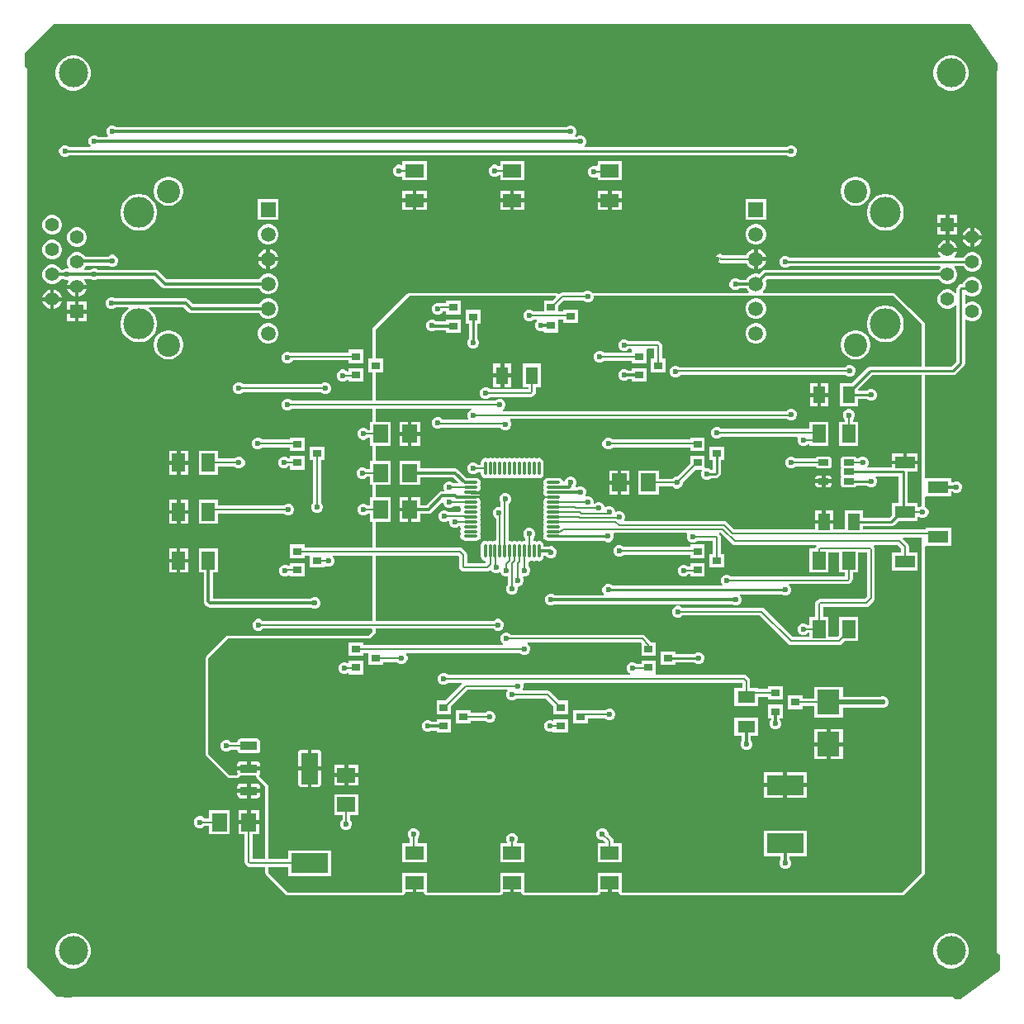
<source format=gtl>
G04*
G04 #@! TF.GenerationSoftware,Altium Limited,Altium Designer,23.9.2 (47)*
G04*
G04 Layer_Physical_Order=1*
G04 Layer_Color=255*
%FSLAX44Y44*%
%MOMM*%
G71*
G04*
G04 #@! TF.SameCoordinates,63E22B9A-3F1A-4F83-A6EB-2A786139D624*
G04*
G04*
G04 #@! TF.FilePolarity,Positive*
G04*
G01*
G75*
%ADD11C,0.2500*%
%ADD12C,0.2000*%
%ADD14C,0.5000*%
%ADD15C,0.2540*%
%ADD18O,1.5000X0.3000*%
%ADD19O,0.3000X1.5000*%
%ADD20R,0.9000X0.8000*%
%ADD21R,2.3000X2.5000*%
%ADD22R,1.5000X1.9000*%
%ADD23R,1.3561X1.8582*%
G04:AMPARAMS|DCode=24|XSize=1.1mm|YSize=0.6mm|CornerRadius=0.051mm|HoleSize=0mm|Usage=FLASHONLY|Rotation=180.000|XOffset=0mm|YOffset=0mm|HoleType=Round|Shape=RoundedRectangle|*
%AMROUNDEDRECTD24*
21,1,1.1000,0.4980,0,0,180.0*
21,1,0.9980,0.6000,0,0,180.0*
1,1,0.1020,-0.4990,0.2490*
1,1,0.1020,0.4990,0.2490*
1,1,0.1020,0.4990,-0.2490*
1,1,0.1020,-0.4990,-0.2490*
%
%ADD24ROUNDEDRECTD24*%
%ADD25R,1.2500X1.8000*%
%ADD26R,3.8000X2.0300*%
%ADD27R,2.0300X1.2700*%
G04:AMPARAMS|DCode=28|XSize=0.9mm|YSize=1.75mm|CornerRadius=0.0495mm|HoleSize=0mm|Usage=FLASHONLY|Rotation=90.000|XOffset=0mm|YOffset=0mm|HoleType=Round|Shape=RoundedRectangle|*
%AMROUNDEDRECTD28*
21,1,0.9000,1.6510,0,0,90.0*
21,1,0.8010,1.7500,0,0,90.0*
1,1,0.0990,0.8255,0.4005*
1,1,0.0990,0.8255,-0.4005*
1,1,0.0990,-0.8255,-0.4005*
1,1,0.0990,-0.8255,0.4005*
%
%ADD28ROUNDEDRECTD28*%
%ADD29R,1.9000X1.5000*%
G04:AMPARAMS|DCode=30|XSize=3.2mm|YSize=1.75mm|CornerRadius=0.0525mm|HoleSize=0mm|Usage=FLASHONLY|Rotation=90.000|XOffset=0mm|YOffset=0mm|HoleType=Round|Shape=RoundedRectangle|*
%AMROUNDEDRECTD30*
21,1,3.2000,1.6450,0,0,90.0*
21,1,3.0950,1.7500,0,0,90.0*
1,1,0.1050,0.8225,1.5475*
1,1,0.1050,0.8225,-1.5475*
1,1,0.1050,-0.8225,-1.5475*
1,1,0.1050,-0.8225,1.5475*
%
%ADD30ROUNDEDRECTD30*%
%ADD31R,1.8582X1.3561*%
%ADD32R,1.8000X1.2500*%
%ADD52C,0.3000*%
%ADD53C,3.1700*%
%ADD54C,2.4000*%
%ADD55C,1.4000*%
%ADD56R,1.4000X1.4000*%
%ADD57C,3.0000*%
%ADD58C,1.5000*%
%ADD59R,1.5000X1.5000*%
%ADD60C,0.6000*%
G36*
X997954Y960000D02*
X997970Y952741D01*
X997252Y951666D01*
X996920Y950000D01*
Y50000D01*
X997252Y48334D01*
X998195Y46921D01*
X999608Y45978D01*
X999965Y45907D01*
X1000000Y30000D01*
X960000Y0D01*
X954097Y16D01*
X954022Y393D01*
X953078Y1805D01*
X951666Y2749D01*
X950000Y3080D01*
X50000D01*
X48334Y2749D01*
X47956Y2496D01*
X33273Y2537D01*
X2905Y32905D01*
X2855Y48860D01*
X3080Y49992D01*
Y952500D01*
X2748Y954166D01*
X1805Y955579D01*
X392Y956522D01*
X11Y956598D01*
X-31Y969969D01*
X30000Y1000000D01*
X970000D01*
X997954Y960000D01*
D02*
G37*
%LPC*%
G36*
X951773Y968000D02*
X948227D01*
X944749Y967308D01*
X941474Y965952D01*
X938525Y963982D01*
X936018Y961475D01*
X934048Y958526D01*
X932692Y955250D01*
X932000Y951773D01*
Y948227D01*
X932692Y944750D01*
X934048Y941474D01*
X936018Y938526D01*
X938525Y936019D01*
X941474Y934049D01*
X944749Y932692D01*
X948227Y932000D01*
X951773D01*
X955250Y932692D01*
X958526Y934049D01*
X961474Y936019D01*
X963981Y938526D01*
X965951Y941474D01*
X967308Y944750D01*
X968000Y948227D01*
Y951773D01*
X967308Y955250D01*
X965951Y958526D01*
X963981Y961475D01*
X961474Y963982D01*
X958526Y965952D01*
X955250Y967308D01*
X951773Y968000D01*
D02*
G37*
G36*
X51773D02*
X48227D01*
X44750Y967308D01*
X41474Y965952D01*
X38526Y963982D01*
X36019Y961475D01*
X34049Y958526D01*
X32692Y955250D01*
X32000Y951773D01*
Y948227D01*
X32692Y944750D01*
X34049Y941474D01*
X36019Y938526D01*
X38526Y936019D01*
X41474Y934049D01*
X44750Y932692D01*
X48227Y932000D01*
X51773D01*
X55251Y932692D01*
X58526Y934049D01*
X61474Y936019D01*
X63982Y938526D01*
X65951Y941474D01*
X67308Y944750D01*
X68000Y948227D01*
Y951773D01*
X67308Y955250D01*
X65951Y958526D01*
X63982Y961475D01*
X61474Y963982D01*
X58526Y965952D01*
X55251Y967308D01*
X51773Y968000D01*
D02*
G37*
G36*
X561194Y896000D02*
X558806D01*
X556601Y895087D01*
X556103Y894588D01*
X93897D01*
X93399Y895087D01*
X91194Y896000D01*
X88806D01*
X86601Y895087D01*
X84913Y893399D01*
X84000Y891193D01*
Y888807D01*
X84913Y886601D01*
X85657Y885858D01*
X85131Y884588D01*
X75689D01*
X75190Y885087D01*
X72985Y886000D01*
X70598D01*
X68393Y885087D01*
X66705Y883399D01*
X65792Y881193D01*
Y878807D01*
X66705Y876601D01*
X67703Y875603D01*
X67177Y874333D01*
X45626D01*
X44873Y875087D01*
X42667Y876000D01*
X40280D01*
X38075Y875087D01*
X36387Y873399D01*
X35474Y871193D01*
Y868807D01*
X36387Y866601D01*
X38075Y864913D01*
X40280Y864000D01*
X42667D01*
X44873Y864913D01*
X45626Y865667D01*
X781848D01*
X782601Y864913D01*
X784807Y864000D01*
X787193D01*
X789399Y864913D01*
X791087Y866601D01*
X792000Y868807D01*
Y871193D01*
X791087Y873399D01*
X789399Y875087D01*
X787193Y876000D01*
X784807D01*
X782601Y875087D01*
X781848Y874333D01*
X574615D01*
X574089Y875603D01*
X575087Y876601D01*
X576000Y878807D01*
Y881193D01*
X575087Y883399D01*
X573399Y885087D01*
X571194Y886000D01*
X568806D01*
X566601Y885087D01*
X566103Y884588D01*
X564869D01*
X564343Y885858D01*
X565087Y886601D01*
X566000Y888807D01*
Y891193D01*
X565087Y893399D01*
X563399Y895087D01*
X561194Y896000D01*
D02*
G37*
G36*
X412291Y859780D02*
X387709D01*
Y856016D01*
X386439Y855311D01*
X384774Y856000D01*
X382387D01*
X380182Y855087D01*
X378494Y853399D01*
X377581Y851193D01*
Y848807D01*
X378494Y846601D01*
X380182Y844913D01*
X382387Y844000D01*
X384774D01*
X386439Y844689D01*
X387709Y843984D01*
Y840220D01*
X412291D01*
Y859780D01*
D02*
G37*
G36*
X612291D02*
X587709D01*
Y855340D01*
X586439Y854492D01*
X585193Y855008D01*
X582807D01*
X580601Y854094D01*
X578913Y852406D01*
X578000Y850201D01*
Y847814D01*
X578913Y845609D01*
X580601Y843921D01*
X582807Y843008D01*
X585193D01*
X586439Y843523D01*
X587709Y842675D01*
Y840220D01*
X612291D01*
Y859780D01*
D02*
G37*
G36*
X512291D02*
X487709D01*
Y854835D01*
X486439Y854392D01*
X485744Y855087D01*
X483539Y856000D01*
X481152D01*
X478947Y855087D01*
X477259Y853399D01*
X476345Y851193D01*
Y848807D01*
X477259Y846601D01*
X478947Y844913D01*
X481152Y844000D01*
X483539D01*
X485744Y844913D01*
X486439Y845608D01*
X487709Y845165D01*
Y840220D01*
X512291D01*
Y859780D01*
D02*
G37*
G36*
X612291Y829259D02*
X602000D01*
Y821479D01*
X612291D01*
Y829259D01*
D02*
G37*
G36*
X512291D02*
X502000D01*
Y821479D01*
X512291D01*
Y829259D01*
D02*
G37*
G36*
X412291D02*
X402000D01*
Y821479D01*
X412291D01*
Y829259D01*
D02*
G37*
G36*
X598000D02*
X587709D01*
Y821479D01*
X598000D01*
Y829259D01*
D02*
G37*
G36*
X498000D02*
X487709D01*
Y821479D01*
X498000D01*
Y829259D01*
D02*
G37*
G36*
X398000D02*
X387709D01*
Y821479D01*
X398000D01*
Y829259D01*
D02*
G37*
G36*
X853727Y843750D02*
X850773D01*
X847875Y843174D01*
X845145Y842043D01*
X842688Y840401D01*
X840599Y838312D01*
X838957Y835855D01*
X837826Y833126D01*
X837250Y830228D01*
Y827273D01*
X837826Y824375D01*
X838957Y821645D01*
X840599Y819188D01*
X842688Y817099D01*
X845145Y815457D01*
X847875Y814327D01*
X850773Y813750D01*
X853727D01*
X856625Y814327D01*
X859355Y815457D01*
X861812Y817099D01*
X863901Y819188D01*
X865543Y821645D01*
X866674Y824375D01*
X867250Y827273D01*
Y830228D01*
X866674Y833126D01*
X865543Y835855D01*
X863901Y838312D01*
X861812Y840401D01*
X859355Y842043D01*
X856625Y843174D01*
X853727Y843750D01*
D02*
G37*
G36*
X149227D02*
X146273D01*
X143375Y843174D01*
X140645Y842043D01*
X138188Y840401D01*
X136099Y838312D01*
X134457Y835855D01*
X133327Y833126D01*
X132750Y830228D01*
Y827273D01*
X133327Y824375D01*
X134457Y821645D01*
X136099Y819188D01*
X138188Y817099D01*
X140645Y815457D01*
X143375Y814327D01*
X146273Y813750D01*
X149227D01*
X152125Y814327D01*
X154855Y815457D01*
X157312Y817099D01*
X159401Y819188D01*
X161043Y821645D01*
X162174Y824375D01*
X162750Y827273D01*
Y830228D01*
X162174Y833126D01*
X161043Y835855D01*
X159401Y838312D01*
X157312Y840401D01*
X154855Y842043D01*
X152125Y843174D01*
X149227Y843750D01*
D02*
G37*
G36*
X612291Y817478D02*
X602000D01*
Y809698D01*
X612291D01*
Y817478D01*
D02*
G37*
G36*
X598000D02*
X587709D01*
Y809698D01*
X598000D01*
Y817478D01*
D02*
G37*
G36*
X512291D02*
X502000D01*
Y809698D01*
X512291D01*
Y817478D01*
D02*
G37*
G36*
X498000D02*
X487709D01*
Y809698D01*
X498000D01*
Y817478D01*
D02*
G37*
G36*
X412291D02*
X402000D01*
Y809698D01*
X412291D01*
Y817478D01*
D02*
G37*
G36*
X398000D02*
X387709D01*
Y809698D01*
X398000D01*
Y817478D01*
D02*
G37*
G36*
X760500Y820500D02*
X739500D01*
Y799500D01*
X760500D01*
Y820500D01*
D02*
G37*
G36*
X260500D02*
X239500D01*
Y799500D01*
X260500D01*
Y820500D01*
D02*
G37*
G36*
X956250Y804450D02*
X948250D01*
Y796450D01*
X956250D01*
Y804450D01*
D02*
G37*
G36*
X944250D02*
X936250D01*
Y796450D01*
X944250D01*
Y804450D01*
D02*
G37*
G36*
X884607Y826000D02*
X880894D01*
X877252Y825276D01*
X873821Y823855D01*
X870734Y821792D01*
X868109Y819166D01*
X866046Y816079D01*
X864625Y812648D01*
X863900Y809007D01*
Y805294D01*
X864625Y801652D01*
X866046Y798221D01*
X868109Y795134D01*
X870734Y792508D01*
X873821Y790445D01*
X877252Y789024D01*
X880894Y788300D01*
X884607D01*
X888249Y789024D01*
X891679Y790445D01*
X894766Y792508D01*
X897392Y795134D01*
X899455Y798221D01*
X900876Y801652D01*
X901600Y805294D01*
Y809007D01*
X900876Y812648D01*
X899455Y816079D01*
X897392Y819166D01*
X894766Y821792D01*
X891679Y823855D01*
X888249Y825276D01*
X884607Y826000D01*
D02*
G37*
G36*
X119106D02*
X115393D01*
X111751Y825276D01*
X108321Y823855D01*
X105233Y821792D01*
X102608Y819166D01*
X100545Y816079D01*
X99124Y812648D01*
X98400Y809007D01*
Y805294D01*
X99124Y801652D01*
X100545Y798221D01*
X102608Y795134D01*
X105233Y792508D01*
X108321Y790445D01*
X111751Y789024D01*
X115393Y788300D01*
X119106D01*
X122748Y789024D01*
X126179Y790445D01*
X129266Y792508D01*
X131891Y795134D01*
X133954Y798221D01*
X135375Y801652D01*
X136100Y805294D01*
Y809007D01*
X135375Y812648D01*
X133954Y816079D01*
X131891Y819166D01*
X129266Y821792D01*
X126179Y823855D01*
X122748Y825276D01*
X119106Y826000D01*
D02*
G37*
G36*
X956250Y792450D02*
X948250D01*
Y784450D01*
X956250D01*
Y792450D01*
D02*
G37*
G36*
X944250D02*
X936250D01*
Y784450D01*
X944250D01*
Y792450D01*
D02*
G37*
G36*
X29666Y804450D02*
X27033D01*
X24490Y803768D01*
X22210Y802452D01*
X20348Y800590D01*
X19031Y798310D01*
X18350Y795767D01*
Y793133D01*
X19031Y790590D01*
X20348Y788310D01*
X22210Y786448D01*
X24490Y785132D01*
X27033Y784450D01*
X29666D01*
X32209Y785132D01*
X34490Y786448D01*
X36352Y788310D01*
X37668Y790590D01*
X38350Y793133D01*
Y795767D01*
X37668Y798310D01*
X36352Y800590D01*
X34490Y802452D01*
X32209Y803768D01*
X29666Y804450D01*
D02*
G37*
G36*
X973650Y791567D02*
Y783750D01*
X981467D01*
X980969Y785610D01*
X979652Y787890D01*
X977790Y789752D01*
X975510Y791068D01*
X973650Y791567D01*
D02*
G37*
G36*
X969650Y791567D02*
X967791Y791068D01*
X965510Y789752D01*
X963648Y787890D01*
X962332Y785610D01*
X961833Y783750D01*
X969650D01*
Y791567D01*
D02*
G37*
G36*
X751383Y795100D02*
X748618D01*
X745947Y794384D01*
X743553Y793002D01*
X741598Y791047D01*
X740216Y788653D01*
X739500Y785982D01*
Y783218D01*
X740216Y780547D01*
X741598Y778153D01*
X743553Y776198D01*
X745947Y774816D01*
X748618Y774100D01*
X751383D01*
X754053Y774816D01*
X756447Y776198D01*
X758402Y778153D01*
X759785Y780547D01*
X760500Y783218D01*
Y785982D01*
X759785Y788653D01*
X758402Y791047D01*
X756447Y793002D01*
X754053Y794384D01*
X751383Y795100D01*
D02*
G37*
G36*
X251383D02*
X248618D01*
X245947Y794384D01*
X243553Y793002D01*
X241598Y791047D01*
X240216Y788653D01*
X239500Y785982D01*
Y783218D01*
X240216Y780547D01*
X241598Y778153D01*
X243553Y776198D01*
X245947Y774816D01*
X248618Y774100D01*
X251383D01*
X254053Y774816D01*
X256447Y776198D01*
X258402Y778153D01*
X259785Y780547D01*
X260500Y783218D01*
Y785982D01*
X259785Y788653D01*
X258402Y791047D01*
X256447Y793002D01*
X254053Y794384D01*
X251383Y795100D01*
D02*
G37*
G36*
X969650Y779750D02*
X961833D01*
X962332Y777890D01*
X963648Y775610D01*
X965510Y773748D01*
X967791Y772431D01*
X969650Y771933D01*
Y779750D01*
D02*
G37*
G36*
X981467D02*
X973650D01*
Y771933D01*
X975510Y772431D01*
X977790Y773748D01*
X979652Y775610D01*
X980969Y777890D01*
X981467Y779750D01*
D02*
G37*
G36*
X55066Y791750D02*
X52433D01*
X49890Y791068D01*
X47610Y789752D01*
X45748Y787890D01*
X44431Y785610D01*
X43750Y783067D01*
Y780434D01*
X44431Y777890D01*
X45748Y775610D01*
X47610Y773748D01*
X49890Y772431D01*
X52433Y771750D01*
X55066D01*
X57610Y772431D01*
X59890Y773748D01*
X61752Y775610D01*
X63068Y777890D01*
X63750Y780434D01*
Y783067D01*
X63068Y785610D01*
X61752Y787890D01*
X59890Y789752D01*
X57610Y791068D01*
X55066Y791750D01*
D02*
G37*
G36*
X948250Y778867D02*
Y771050D01*
X956067D01*
X955569Y772910D01*
X954252Y775190D01*
X952390Y777052D01*
X950110Y778369D01*
X948250Y778867D01*
D02*
G37*
G36*
X944250Y778867D02*
X942391Y778369D01*
X940110Y777052D01*
X938248Y775190D01*
X936932Y772910D01*
X936433Y771050D01*
X944250D01*
Y778867D01*
D02*
G37*
G36*
X748000Y769534D02*
X745947Y768984D01*
X743553Y767602D01*
X741598Y765647D01*
X740231Y763278D01*
X716077D01*
X715981Y763374D01*
X714658Y764258D01*
X713097Y764569D01*
X711536Y764258D01*
X710213Y763374D01*
X709329Y762051D01*
X709019Y760490D01*
X709329Y758930D01*
X710213Y757607D01*
X711504Y756316D01*
X711504Y756316D01*
X712827Y755432D01*
X714388Y755122D01*
X714388Y755122D01*
X740231D01*
X741598Y752753D01*
X743553Y750798D01*
X745947Y749416D01*
X748000Y748866D01*
Y759200D01*
Y769534D01*
D02*
G37*
G36*
X252000Y769534D02*
Y761200D01*
X260335D01*
X259785Y763253D01*
X258402Y765647D01*
X256447Y767602D01*
X254053Y768984D01*
X252000Y769534D01*
D02*
G37*
G36*
X248000D02*
X245947Y768984D01*
X243553Y767602D01*
X241598Y765647D01*
X240216Y763253D01*
X239666Y761200D01*
X248000D01*
Y769534D01*
D02*
G37*
G36*
X752000Y769534D02*
Y761200D01*
X760335D01*
X759785Y763253D01*
X758402Y765647D01*
X756447Y767602D01*
X754053Y768984D01*
X752000Y769534D01*
D02*
G37*
G36*
X956067Y767050D02*
X946250D01*
X936433D01*
X936932Y765190D01*
X938248Y762910D01*
X939185Y761974D01*
X938659Y760704D01*
X784132D01*
X783399Y761437D01*
X781193Y762350D01*
X778807D01*
X776601Y761437D01*
X774913Y759749D01*
X774000Y757543D01*
Y755157D01*
X774913Y752951D01*
X776601Y751264D01*
X778807Y750350D01*
X781193D01*
X783399Y751264D01*
X784132Y751996D01*
X938659D01*
X939185Y750726D01*
X938248Y749790D01*
X937352Y748238D01*
X759850D01*
X758094Y747889D01*
X756606Y746894D01*
X753456Y743744D01*
X751383Y744300D01*
X748618D01*
X745947Y743584D01*
X743553Y742202D01*
X741598Y740247D01*
X740429Y738223D01*
X732659D01*
X732326Y738556D01*
X730121Y739469D01*
X727734D01*
X725529Y738556D01*
X723841Y736868D01*
X722928Y734662D01*
Y732275D01*
X723841Y730070D01*
X725529Y728382D01*
X727734Y727469D01*
X730121D01*
X732326Y728382D01*
X732990Y729046D01*
X740620D01*
X741598Y727353D01*
X742991Y725960D01*
X742465Y724690D01*
X583500D01*
X582329Y724457D01*
X582252Y724406D01*
X580899Y725760D01*
X578694Y726673D01*
X576306D01*
X574101Y725760D01*
X573093Y724751D01*
X551173D01*
X551173Y724751D01*
X549612Y724441D01*
X548472Y723679D01*
X548050Y723597D01*
X546867Y723794D01*
X546496Y724043D01*
X545875Y724457D01*
X544705Y724690D01*
X394632D01*
X393461Y724457D01*
X392469Y723794D01*
X392469Y723794D01*
X357837Y689163D01*
X357174Y688170D01*
X356941Y687000D01*
X356941Y687000D01*
Y657000D01*
X352500D01*
Y643000D01*
X356941D01*
Y614078D01*
X274407D01*
X273399Y615087D01*
X271194Y616000D01*
X268806D01*
X266601Y615087D01*
X264913Y613399D01*
X264000Y611194D01*
Y608806D01*
X264913Y606601D01*
X266601Y604913D01*
X268806Y604000D01*
X271194D01*
X273399Y604913D01*
X274407Y605922D01*
X356941D01*
Y592500D01*
X354500D01*
Y584078D01*
X351907D01*
X350899Y585087D01*
X348694Y586000D01*
X346306D01*
X344101Y585087D01*
X342413Y583399D01*
X341500Y581194D01*
Y578806D01*
X342413Y576601D01*
X344101Y574913D01*
X346306Y574000D01*
X348694D01*
X350899Y574913D01*
X351907Y575922D01*
X354500D01*
Y567500D01*
X356941D01*
Y552500D01*
X354500D01*
Y544078D01*
X350713D01*
X349705Y545087D01*
X347500Y546000D01*
X345113D01*
X342908Y545087D01*
X341220Y543399D01*
X340307Y541194D01*
Y538806D01*
X341220Y536601D01*
X342908Y534913D01*
X345113Y534000D01*
X347500D01*
X349705Y534913D01*
X350713Y535922D01*
X354500D01*
Y527500D01*
X356941D01*
Y515000D01*
X354500D01*
Y506578D01*
X351907D01*
X350899Y507587D01*
X348694Y508500D01*
X346306D01*
X344101Y507587D01*
X342413Y505899D01*
X341500Y503694D01*
Y501306D01*
X342413Y499101D01*
X344101Y497413D01*
X346306Y496500D01*
X348694D01*
X350899Y497413D01*
X351907Y498422D01*
X354500D01*
Y490000D01*
X356941D01*
Y463578D01*
X287500D01*
Y466500D01*
X272500D01*
Y452500D01*
X287500D01*
Y455422D01*
X292500D01*
Y443000D01*
X307500D01*
Y443824D01*
X308770Y444483D01*
X310514Y443761D01*
X312901D01*
X315106Y444674D01*
X316794Y446362D01*
X317707Y448568D01*
Y450955D01*
X316794Y453160D01*
X315802Y454152D01*
X316328Y455422D01*
X356941D01*
Y388422D01*
X244026D01*
X243017Y389430D01*
X240812Y390343D01*
X238425D01*
X236220Y389430D01*
X234532Y387742D01*
X233619Y385537D01*
Y383150D01*
X234532Y380945D01*
X236220Y379257D01*
X238425Y378343D01*
X240812D01*
X243017Y379257D01*
X244026Y380265D01*
X355671D01*
X356941Y380087D01*
Y376767D01*
X353233Y373059D01*
X208467D01*
X207296Y372826D01*
X206304Y372163D01*
X186304Y352163D01*
X185641Y351171D01*
X185408Y350000D01*
X185408Y350000D01*
Y252033D01*
X185641Y250863D01*
X186304Y249870D01*
X186304Y249870D01*
X208337Y227837D01*
X209329Y227174D01*
X210500Y226941D01*
X210500Y226941D01*
X218015D01*
X218456Y227029D01*
X218903Y227073D01*
X219037Y227145D01*
X219186Y227174D01*
X219559Y227424D01*
X219956Y227635D01*
X220052Y227753D01*
X220178Y227837D01*
X220428Y228211D01*
X220713Y228558D01*
X221234Y229533D01*
X221745Y229432D01*
X237527D01*
X237604Y229337D01*
X237692Y228897D01*
X237736Y228449D01*
X237807Y228316D01*
X237837Y228167D01*
X238086Y227793D01*
X238298Y227397D01*
X238416Y227300D01*
X238500Y227174D01*
X246941Y218733D01*
Y144078D01*
X234078D01*
Y169500D01*
X240500D01*
Y180000D01*
X230000D01*
X219500D01*
Y169500D01*
X225922D01*
Y141172D01*
X225922Y141172D01*
X226232Y139611D01*
X227116Y138288D01*
X228288Y137116D01*
X228288Y137116D01*
X229611Y136232D01*
X231172Y135922D01*
X231172Y135922D01*
X246941D01*
Y130000D01*
X247174Y128829D01*
X247837Y127837D01*
X267837Y107837D01*
X268829Y107174D01*
X270000Y106941D01*
X270000Y106941D01*
X386530D01*
X386807Y106996D01*
X387090Y106993D01*
X388269Y107213D01*
X388566Y107331D01*
X388879Y107394D01*
X389115Y107551D01*
X389377Y107656D01*
X389606Y107879D01*
X389872Y108057D01*
X390029Y108292D01*
X390232Y108490D01*
X390357Y108784D01*
X390535Y109049D01*
X390590Y109327D01*
X390701Y109587D01*
X390705Y109906D01*
X390768Y110220D01*
X398000D01*
Y120000D01*
X402000D01*
Y110220D01*
X409232D01*
X409295Y109906D01*
X409299Y109587D01*
X409410Y109327D01*
X409465Y109049D01*
X409643Y108784D01*
X409768Y108490D01*
X409971Y108292D01*
X410128Y108057D01*
X410394Y107879D01*
X410623Y107656D01*
X410885Y107551D01*
X411121Y107394D01*
X411434Y107331D01*
X411731Y107213D01*
X412910Y106993D01*
X413192Y106996D01*
X413470Y106941D01*
X486530D01*
X486807Y106996D01*
X487090Y106993D01*
X488269Y107213D01*
X488566Y107331D01*
X488879Y107394D01*
X489115Y107551D01*
X489377Y107656D01*
X489606Y107879D01*
X489872Y108057D01*
X490029Y108292D01*
X490232Y108490D01*
X490357Y108784D01*
X490535Y109049D01*
X490590Y109327D01*
X490701Y109587D01*
X490705Y109906D01*
X490768Y110220D01*
X498000D01*
Y120000D01*
X502000D01*
Y110220D01*
X509232D01*
X509295Y109906D01*
X509299Y109587D01*
X509410Y109327D01*
X509465Y109049D01*
X509643Y108784D01*
X509768Y108490D01*
X509971Y108292D01*
X510128Y108057D01*
X510394Y107879D01*
X510623Y107656D01*
X510885Y107551D01*
X511121Y107394D01*
X511434Y107331D01*
X511731Y107213D01*
X512910Y106993D01*
X513192Y106996D01*
X513470Y106941D01*
X586530D01*
X586807Y106996D01*
X587090Y106993D01*
X588269Y107213D01*
X588566Y107331D01*
X588879Y107394D01*
X589115Y107551D01*
X589377Y107656D01*
X589606Y107879D01*
X589872Y108057D01*
X590029Y108292D01*
X590232Y108490D01*
X590357Y108784D01*
X590535Y109049D01*
X590590Y109327D01*
X590701Y109587D01*
X590705Y109906D01*
X590768Y110220D01*
X598000D01*
Y120000D01*
X602000D01*
Y110220D01*
X609232D01*
X609295Y109906D01*
X609299Y109587D01*
X609410Y109327D01*
X609465Y109049D01*
X609643Y108784D01*
X609768Y108490D01*
X609971Y108292D01*
X610128Y108057D01*
X610394Y107879D01*
X610623Y107656D01*
X610885Y107551D01*
X611121Y107394D01*
X611434Y107331D01*
X611731Y107213D01*
X612910Y106993D01*
X613193Y106996D01*
X613470Y106941D01*
X900000D01*
X901171Y107174D01*
X902163Y107837D01*
X922163Y127837D01*
X922826Y128829D01*
X923059Y130000D01*
X923059Y130000D01*
Y464456D01*
X924000Y465250D01*
X950300D01*
Y483950D01*
X924000D01*
Y481867D01*
X859501D01*
Y485456D01*
X888839D01*
X890497Y485785D01*
X891903Y486725D01*
X895828Y490650D01*
X916000D01*
Y494771D01*
X917270Y495297D01*
X917654Y494913D01*
X919859Y494000D01*
X922246D01*
X924451Y494913D01*
X926139Y496601D01*
X927053Y498806D01*
Y501194D01*
X926139Y503399D01*
X924451Y505087D01*
X922997Y505689D01*
X923059Y506000D01*
Y515256D01*
X924000Y516050D01*
X924329Y516050D01*
X950300D01*
Y520812D01*
X951703D01*
X952170Y520345D01*
X954375Y519431D01*
X956762D01*
X958968Y520345D01*
X960655Y522033D01*
X961569Y524238D01*
Y526625D01*
X960655Y528830D01*
X958968Y530518D01*
X956762Y531431D01*
X954375D01*
X952170Y530518D01*
X951640Y529988D01*
X950300D01*
Y534750D01*
X924329D01*
X924000Y534750D01*
X923059Y535544D01*
Y640527D01*
X952378D01*
X954036Y640856D01*
X955442Y641796D01*
X963064Y649418D01*
X964003Y650824D01*
X964333Y652482D01*
Y697066D01*
X964939Y697317D01*
X965603Y697494D01*
X967791Y696232D01*
X970334Y695550D01*
X972967D01*
X975510Y696232D01*
X977790Y697548D01*
X979652Y699410D01*
X980969Y701690D01*
X981650Y704233D01*
Y706867D01*
X980969Y709410D01*
X979652Y711690D01*
X977790Y713552D01*
X975510Y714868D01*
X972967Y715550D01*
X970334D01*
X967791Y714868D01*
X965603Y713606D01*
X964939Y713783D01*
X964333Y714034D01*
Y722466D01*
X964939Y722717D01*
X965603Y722894D01*
X967791Y721631D01*
X970334Y720950D01*
X972967D01*
X975510Y721631D01*
X977790Y722948D01*
X979652Y724810D01*
X980969Y727090D01*
X981650Y729633D01*
Y732267D01*
X980969Y734810D01*
X979652Y737090D01*
X977790Y738952D01*
X975510Y740268D01*
X972967Y740950D01*
X970334D01*
X967791Y740268D01*
X965510Y738952D01*
X963648Y737090D01*
X962332Y734810D01*
X962012Y733616D01*
X960900D01*
X959242Y733286D01*
X957836Y732347D01*
X956936Y731447D01*
X955997Y730041D01*
X955667Y728382D01*
Y724480D01*
X954397Y724140D01*
X954252Y724390D01*
X952390Y726252D01*
X950110Y727569D01*
X947567Y728250D01*
X944934D01*
X942391Y727569D01*
X940110Y726252D01*
X938248Y724390D01*
X936932Y722110D01*
X936250Y719567D01*
Y716934D01*
X936932Y714390D01*
X938248Y712110D01*
X940110Y710248D01*
X942391Y708932D01*
X944934Y708250D01*
X947567D01*
X950110Y708932D01*
X952390Y710248D01*
X954252Y712110D01*
X954397Y712360D01*
X955667Y712020D01*
Y654277D01*
X950583Y649193D01*
X923059D01*
Y692784D01*
X923053Y692814D01*
X923058Y692844D01*
X922936Y693399D01*
X922826Y693955D01*
X922809Y693980D01*
X922802Y694010D01*
X922478Y694475D01*
X922163Y694947D01*
X922138Y694964D01*
X922120Y694989D01*
X892120Y723836D01*
X891643Y724142D01*
X891171Y724457D01*
X891141Y724463D01*
X891115Y724480D01*
X890557Y724580D01*
X890000Y724690D01*
X757536D01*
X757010Y725960D01*
X758402Y727353D01*
X759785Y729747D01*
X760500Y732418D01*
Y735182D01*
X759945Y737256D01*
X761751Y739062D01*
X937352D01*
X938248Y737510D01*
X940110Y735648D01*
X942391Y734332D01*
X944934Y733650D01*
X947567D01*
X950110Y734332D01*
X952390Y735648D01*
X954252Y737510D01*
X955569Y739790D01*
X956250Y742334D01*
Y744967D01*
X955569Y747510D01*
X954252Y749790D01*
X953316Y750726D01*
X953842Y751996D01*
X962617D01*
X963648Y750210D01*
X965510Y748348D01*
X967791Y747031D01*
X970334Y746350D01*
X972967D01*
X975510Y747031D01*
X977790Y748348D01*
X979652Y750210D01*
X980969Y752490D01*
X981650Y755033D01*
Y757667D01*
X980969Y760210D01*
X979652Y762490D01*
X977790Y764352D01*
X975510Y765668D01*
X972967Y766350D01*
X970334D01*
X967791Y765668D01*
X965510Y764352D01*
X963648Y762490D01*
X962617Y760704D01*
X953842D01*
X953316Y761974D01*
X954252Y762910D01*
X955569Y765190D01*
X956067Y767050D01*
D02*
G37*
G36*
X29666Y779050D02*
X27033D01*
X24490Y778369D01*
X22210Y777052D01*
X20348Y775190D01*
X19031Y772910D01*
X18350Y770367D01*
Y767734D01*
X19031Y765190D01*
X20348Y762910D01*
X22210Y761048D01*
X24490Y759732D01*
X27033Y759050D01*
X29666D01*
X32209Y759732D01*
X34490Y761048D01*
X36352Y762910D01*
X37668Y765190D01*
X38350Y767734D01*
Y770367D01*
X37668Y772910D01*
X36352Y775190D01*
X34490Y777052D01*
X32209Y778369D01*
X29666Y779050D01*
D02*
G37*
G36*
X260335Y757200D02*
X252000D01*
Y748865D01*
X254053Y749416D01*
X256447Y750798D01*
X258402Y752753D01*
X259785Y755147D01*
X260335Y757200D01*
D02*
G37*
G36*
X248000D02*
X239666D01*
X240216Y755147D01*
X241598Y752753D01*
X243553Y750798D01*
X245947Y749416D01*
X248000Y748865D01*
Y757200D01*
D02*
G37*
G36*
X760335Y757200D02*
X752000D01*
Y748865D01*
X754053Y749416D01*
X756447Y750798D01*
X758402Y752753D01*
X759785Y755147D01*
X760335Y757200D01*
D02*
G37*
G36*
X55066Y766350D02*
X52433D01*
X49890Y765668D01*
X47610Y764352D01*
X45748Y762490D01*
X44431Y760210D01*
X43750Y757667D01*
Y755033D01*
X44431Y752490D01*
X45394Y750823D01*
X45382Y750773D01*
X44605Y749650D01*
X42739D01*
X40534Y748737D01*
X40036Y748238D01*
X37248D01*
X36352Y749790D01*
X34490Y751652D01*
X32209Y752969D01*
X29666Y753650D01*
X27033D01*
X24490Y752969D01*
X22210Y751652D01*
X20348Y749790D01*
X19031Y747510D01*
X18350Y744967D01*
Y742334D01*
X19031Y739790D01*
X20348Y737510D01*
X22210Y735648D01*
X24490Y734332D01*
X27033Y733650D01*
X29666D01*
X32209Y734332D01*
X34490Y735648D01*
X36352Y737510D01*
X37248Y739062D01*
X40036D01*
X40534Y738564D01*
X42739Y737650D01*
X44605D01*
X45382Y736527D01*
X45394Y736477D01*
X44431Y734810D01*
X43933Y732950D01*
X53750D01*
X63566D01*
X63068Y734810D01*
X61752Y737090D01*
X61050Y737792D01*
X61576Y739062D01*
X67894D01*
X68393Y738564D01*
X70598Y737650D01*
X72985D01*
X75190Y738564D01*
X75689Y739062D01*
X132214D01*
X140720Y730556D01*
X142209Y729561D01*
X143965Y729212D01*
X240525D01*
X241598Y727353D01*
X243553Y725398D01*
X245947Y724016D01*
X248618Y723300D01*
X251383D01*
X254053Y724016D01*
X256447Y725398D01*
X258402Y727353D01*
X259785Y729747D01*
X260500Y732418D01*
Y735182D01*
X259785Y737853D01*
X258402Y740247D01*
X256447Y742202D01*
X254053Y743584D01*
X251383Y744300D01*
X248618D01*
X245947Y743584D01*
X243553Y742202D01*
X241598Y740247D01*
X240525Y738388D01*
X145865D01*
X137359Y746894D01*
X135870Y747889D01*
X134115Y748238D01*
X75689D01*
X75190Y748737D01*
X72985Y749650D01*
X70598D01*
X68393Y748737D01*
X67894Y748238D01*
X61576D01*
X61050Y749508D01*
X61752Y750210D01*
X63068Y752490D01*
X63072Y752504D01*
X86784D01*
X88806Y751667D01*
X91194D01*
X93399Y752580D01*
X95087Y754268D01*
X96000Y756473D01*
Y758860D01*
X95087Y761065D01*
X93399Y762753D01*
X91194Y763667D01*
X88806D01*
X86601Y762753D01*
X85529Y761681D01*
X62219D01*
X61752Y762490D01*
X59890Y764352D01*
X57610Y765668D01*
X55066Y766350D01*
D02*
G37*
G36*
X63566Y728950D02*
X55750D01*
Y721133D01*
X57610Y721631D01*
X59890Y722948D01*
X61752Y724810D01*
X63068Y727090D01*
X63566Y728950D01*
D02*
G37*
G36*
X51750D02*
X43933D01*
X44431Y727090D01*
X45748Y724810D01*
X47610Y722948D01*
X49890Y721631D01*
X51750Y721133D01*
Y728950D01*
D02*
G37*
G36*
X30350Y728067D02*
Y720250D01*
X38166D01*
X37668Y722110D01*
X36352Y724390D01*
X34490Y726252D01*
X32209Y727569D01*
X30350Y728067D01*
D02*
G37*
G36*
X26350D02*
X24490Y727569D01*
X22210Y726252D01*
X20348Y724390D01*
X19031Y722110D01*
X18533Y720250D01*
X26350D01*
Y728067D01*
D02*
G37*
G36*
X38166Y716250D02*
X30350D01*
Y708433D01*
X32209Y708932D01*
X34490Y710248D01*
X36352Y712110D01*
X37668Y714390D01*
X38166Y716250D01*
D02*
G37*
G36*
X26350D02*
X18533D01*
X19031Y714390D01*
X20348Y712110D01*
X22210Y710248D01*
X24490Y708932D01*
X26350Y708433D01*
Y716250D01*
D02*
G37*
G36*
X63750Y715550D02*
X55750D01*
Y707550D01*
X63750D01*
Y715550D01*
D02*
G37*
G36*
X51750D02*
X43750D01*
Y707550D01*
X51750D01*
Y715550D01*
D02*
G37*
G36*
X90619Y720390D02*
X88232D01*
X86027Y719477D01*
X84339Y717789D01*
X83426Y715584D01*
Y713197D01*
X84339Y710992D01*
X86027Y709304D01*
X88232Y708390D01*
X90619D01*
X92825Y709304D01*
X93323Y709802D01*
X106405D01*
X106790Y708532D01*
X105233Y707492D01*
X102608Y704866D01*
X100545Y701779D01*
X99124Y698348D01*
X98400Y694707D01*
Y690993D01*
X99124Y687352D01*
X100545Y683921D01*
X102608Y680834D01*
X105233Y678208D01*
X108321Y676145D01*
X111751Y674724D01*
X115393Y674000D01*
X119106D01*
X122748Y674724D01*
X126179Y676145D01*
X129266Y678208D01*
X131891Y680834D01*
X133954Y683921D01*
X135375Y687352D01*
X136100Y690993D01*
Y694707D01*
X135375Y698348D01*
X133954Y701779D01*
X131891Y704866D01*
X129266Y707492D01*
X127709Y708532D01*
X128094Y709802D01*
X163194D01*
X167840Y705156D01*
X169329Y704161D01*
X171085Y703812D01*
X240525D01*
X241598Y701953D01*
X243553Y699998D01*
X245947Y698615D01*
X248618Y697900D01*
X251383D01*
X254053Y698615D01*
X256447Y699998D01*
X258402Y701953D01*
X259785Y704347D01*
X260500Y707018D01*
Y709782D01*
X259785Y712453D01*
X258402Y714847D01*
X256447Y716802D01*
X254053Y718184D01*
X251383Y718900D01*
X248618D01*
X245947Y718184D01*
X243553Y716802D01*
X241598Y714847D01*
X240525Y712988D01*
X172985D01*
X168339Y717635D01*
X166850Y718629D01*
X165094Y718978D01*
X93323D01*
X92825Y719477D01*
X90619Y720390D01*
D02*
G37*
G36*
X63750Y703550D02*
X55750D01*
Y695550D01*
X63750D01*
Y703550D01*
D02*
G37*
G36*
X51750D02*
X43750D01*
Y695550D01*
X51750D01*
Y703550D01*
D02*
G37*
G36*
X251383Y693500D02*
X248618D01*
X245947Y692784D01*
X243553Y691402D01*
X241598Y689447D01*
X240216Y687053D01*
X239500Y684382D01*
Y681618D01*
X240216Y678947D01*
X241598Y676553D01*
X243553Y674598D01*
X245947Y673215D01*
X248618Y672500D01*
X251383D01*
X254053Y673215D01*
X256447Y674598D01*
X258402Y676553D01*
X259785Y678947D01*
X260500Y681618D01*
Y684382D01*
X259785Y687053D01*
X258402Y689447D01*
X256447Y691402D01*
X254053Y692784D01*
X251383Y693500D01*
D02*
G37*
G36*
X347500Y666500D02*
X332500D01*
Y663578D01*
X272626D01*
X272625Y663578D01*
X272276Y663509D01*
X271194Y663957D01*
X268806D01*
X266601Y663044D01*
X264913Y661356D01*
X264000Y659150D01*
Y656764D01*
X264913Y654558D01*
X266601Y652870D01*
X268806Y651957D01*
X271194D01*
X273399Y652870D01*
X275086Y654558D01*
X275444Y655422D01*
X332500D01*
Y652500D01*
X347500D01*
Y666500D01*
D02*
G37*
G36*
X149227Y686250D02*
X146273D01*
X143375Y685673D01*
X140645Y684543D01*
X138188Y682901D01*
X136099Y680812D01*
X134457Y678355D01*
X133327Y675625D01*
X132750Y672727D01*
Y669772D01*
X133327Y666874D01*
X134457Y664145D01*
X136099Y661688D01*
X138188Y659599D01*
X140645Y657957D01*
X143375Y656826D01*
X146273Y656250D01*
X149227D01*
X152125Y656826D01*
X154855Y657957D01*
X157312Y659599D01*
X159401Y661688D01*
X161043Y664145D01*
X162174Y666874D01*
X162750Y669772D01*
Y672727D01*
X162174Y675625D01*
X161043Y678355D01*
X159401Y680812D01*
X157312Y682901D01*
X154855Y684543D01*
X152125Y685673D01*
X149227Y686250D01*
D02*
G37*
G36*
X347500Y647500D02*
X332500D01*
Y644078D01*
X331008D01*
X330000Y645087D01*
X327795Y646000D01*
X325408D01*
X323203Y645087D01*
X321515Y643399D01*
X320601Y641193D01*
Y638806D01*
X321515Y636601D01*
X323203Y634913D01*
X325408Y634000D01*
X327795D01*
X330000Y634913D01*
X331008Y635922D01*
X332500D01*
Y633500D01*
X347500D01*
Y647500D01*
D02*
G37*
G36*
X221194Y632843D02*
X218806D01*
X216601Y631930D01*
X214913Y630242D01*
X214000Y628037D01*
Y625650D01*
X214913Y623445D01*
X216601Y621757D01*
X218806Y620843D01*
X221194D01*
X223399Y621757D01*
X224360Y622718D01*
X303855D01*
X304910Y621664D01*
X307115Y620750D01*
X309502D01*
X311707Y621664D01*
X313395Y623351D01*
X314309Y625556D01*
Y627943D01*
X313395Y630149D01*
X311707Y631837D01*
X309502Y632750D01*
X307115D01*
X304910Y631837D01*
X303948Y630875D01*
X224454D01*
X223399Y631930D01*
X221194Y632843D01*
D02*
G37*
G36*
X287500Y576500D02*
X272500D01*
Y574078D01*
X243907D01*
X242899Y575087D01*
X240694Y576000D01*
X238307D01*
X236101Y575087D01*
X234414Y573399D01*
X233500Y571194D01*
Y568806D01*
X234414Y566601D01*
X236101Y564913D01*
X238307Y564000D01*
X240694D01*
X242899Y564913D01*
X243907Y565922D01*
X272500D01*
Y562500D01*
X287500D01*
Y576500D01*
D02*
G37*
G36*
Y557500D02*
X272500D01*
Y555078D01*
X270750D01*
X269742Y556087D01*
X267537Y557000D01*
X265150D01*
X262944Y556087D01*
X261257Y554399D01*
X260343Y552193D01*
Y549807D01*
X261257Y547601D01*
X262944Y545913D01*
X265150Y545000D01*
X267537D01*
X269742Y545913D01*
X270750Y546922D01*
X272500D01*
Y543500D01*
X287500D01*
Y557500D01*
D02*
G37*
G36*
X167877Y562791D02*
X160097D01*
Y552500D01*
X167877D01*
Y562791D01*
D02*
G37*
G36*
X156097D02*
X148316D01*
Y552500D01*
X156097D01*
Y562791D01*
D02*
G37*
G36*
X198399D02*
X178838D01*
Y538209D01*
X198399D01*
Y546422D01*
X215593D01*
X216601Y545413D01*
X218806Y544500D01*
X221194D01*
X223399Y545413D01*
X225086Y547101D01*
X226000Y549306D01*
Y551693D01*
X225086Y553899D01*
X223399Y555587D01*
X221194Y556500D01*
X218806D01*
X216601Y555587D01*
X215593Y554578D01*
X198399D01*
Y562791D01*
D02*
G37*
G36*
X167877Y548500D02*
X160097D01*
Y538209D01*
X167877D01*
Y548500D01*
D02*
G37*
G36*
X156097D02*
X148316D01*
Y538209D01*
X156097D01*
Y548500D01*
D02*
G37*
G36*
X167877Y512291D02*
X160097D01*
Y502000D01*
X167877D01*
Y512291D01*
D02*
G37*
G36*
X156097D02*
X148316D01*
Y502000D01*
X156097D01*
Y512291D01*
D02*
G37*
G36*
X307500Y567000D02*
X292500D01*
Y553000D01*
X295922D01*
Y509407D01*
X294914Y508399D01*
X294000Y506194D01*
Y503806D01*
X294914Y501601D01*
X296601Y499913D01*
X298806Y499000D01*
X301194D01*
X303399Y499913D01*
X305087Y501601D01*
X306000Y503806D01*
Y506194D01*
X305087Y508399D01*
X304078Y509407D01*
Y553000D01*
X307500D01*
Y567000D01*
D02*
G37*
G36*
X198399Y512291D02*
X178838D01*
Y487709D01*
X198399D01*
Y498422D01*
X266343D01*
X267351Y497413D01*
X269557Y496500D01*
X271943D01*
X274149Y497413D01*
X275837Y499101D01*
X276750Y501306D01*
Y503694D01*
X275837Y505899D01*
X274149Y507587D01*
X271943Y508500D01*
X269557D01*
X267351Y507587D01*
X266343Y506578D01*
X198399D01*
Y512291D01*
D02*
G37*
G36*
X167877Y498000D02*
X160097D01*
Y487709D01*
X167877D01*
Y498000D01*
D02*
G37*
G36*
X156097D02*
X148316D01*
Y487709D01*
X156097D01*
Y498000D01*
D02*
G37*
G36*
X167726Y462291D02*
X159945D01*
Y452000D01*
X167726D01*
Y462291D01*
D02*
G37*
G36*
X155945D02*
X148165D01*
Y452000D01*
X155945D01*
Y462291D01*
D02*
G37*
G36*
X287500Y447500D02*
X272500D01*
Y444927D01*
X271230Y444723D01*
X270750Y445203D01*
X268545Y446116D01*
X266158D01*
X263953Y445203D01*
X262265Y443515D01*
X261351Y441310D01*
Y438923D01*
X262265Y436717D01*
X263953Y435030D01*
X266158Y434116D01*
X268545D01*
X270750Y435030D01*
X271230Y435510D01*
X272500Y434984D01*
Y433500D01*
X287500D01*
Y447500D01*
D02*
G37*
G36*
X167726Y448000D02*
X159945D01*
Y437709D01*
X167726D01*
Y448000D01*
D02*
G37*
G36*
X155945D02*
X148165D01*
Y437709D01*
X155945D01*
Y448000D01*
D02*
G37*
G36*
X198247Y462291D02*
X178687D01*
Y437709D01*
X183879D01*
Y408359D01*
X184228Y406603D01*
X185223Y405114D01*
X186980Y403357D01*
X188468Y402362D01*
X190224Y402013D01*
X293853D01*
X294351Y401515D01*
X296556Y400601D01*
X298944D01*
X301149Y401515D01*
X302837Y403203D01*
X303750Y405408D01*
Y407795D01*
X302837Y410000D01*
X301149Y411688D01*
X298944Y412601D01*
X296556D01*
X294351Y411688D01*
X293853Y411189D01*
X193055D01*
Y437709D01*
X198247D01*
Y462291D01*
D02*
G37*
G36*
X238255Y221569D02*
X232000D01*
Y216000D01*
X241819D01*
Y218005D01*
X241547Y219369D01*
X240775Y220525D01*
X239619Y221297D01*
X238255Y221569D01*
D02*
G37*
G36*
X228000D02*
X221745D01*
X220381Y221297D01*
X219225Y220525D01*
X218453Y219369D01*
X218181Y218005D01*
Y216000D01*
X228000D01*
Y221569D01*
D02*
G37*
G36*
X241819Y212000D02*
X232000D01*
Y206432D01*
X238255D01*
X239619Y206703D01*
X240775Y207475D01*
X241547Y208631D01*
X241819Y209995D01*
Y212000D01*
D02*
G37*
G36*
X228000D02*
X218181D01*
Y209995D01*
X218453Y208631D01*
X219225Y207475D01*
X220381Y206703D01*
X221745Y206432D01*
X228000D01*
Y212000D01*
D02*
G37*
G36*
X210500Y194500D02*
X189500D01*
Y186078D01*
X184407D01*
X183399Y187087D01*
X181194Y188000D01*
X178806D01*
X176601Y187087D01*
X174913Y185399D01*
X174000Y183193D01*
Y180807D01*
X174913Y178601D01*
X176601Y176914D01*
X178806Y176000D01*
X181194D01*
X183399Y176914D01*
X184407Y177922D01*
X189500D01*
Y169500D01*
X210500D01*
Y194500D01*
D02*
G37*
G36*
X240500D02*
X232000D01*
Y184000D01*
X240500D01*
Y194500D01*
D02*
G37*
G36*
X228000D02*
X219500D01*
Y184000D01*
X228000D01*
Y194500D01*
D02*
G37*
G36*
X951773Y68000D02*
X948227D01*
X944749Y67308D01*
X941474Y65951D01*
X938525Y63981D01*
X936018Y61474D01*
X934048Y58526D01*
X932692Y55250D01*
X932000Y51773D01*
Y48227D01*
X932692Y44749D01*
X934048Y41474D01*
X936018Y38526D01*
X938525Y36018D01*
X941474Y34049D01*
X944749Y32692D01*
X948227Y32000D01*
X951773D01*
X955250Y32692D01*
X958526Y34049D01*
X961474Y36018D01*
X963981Y38526D01*
X965951Y41474D01*
X967308Y44749D01*
X968000Y48227D01*
Y51773D01*
X967308Y55250D01*
X965951Y58526D01*
X963981Y61474D01*
X961474Y63981D01*
X958526Y65951D01*
X955250Y67308D01*
X951773Y68000D01*
D02*
G37*
G36*
X51773D02*
X48227D01*
X44750Y67308D01*
X41474Y65951D01*
X38526Y63981D01*
X36019Y61474D01*
X34049Y58526D01*
X32692Y55250D01*
X32000Y51773D01*
Y48227D01*
X32692Y44749D01*
X34049Y41474D01*
X36019Y38526D01*
X38526Y36018D01*
X41474Y34049D01*
X44750Y32692D01*
X48227Y32000D01*
X51773D01*
X55251Y32692D01*
X58526Y34049D01*
X61474Y36018D01*
X63982Y38526D01*
X65951Y41474D01*
X67308Y44749D01*
X68000Y48227D01*
Y51773D01*
X67308Y55250D01*
X65951Y58526D01*
X63982Y61474D01*
X61474Y63981D01*
X58526Y65951D01*
X55251Y67308D01*
X51773Y68000D01*
D02*
G37*
%LPD*%
G36*
X920000Y692784D02*
Y649193D01*
X867876D01*
X866218Y648863D01*
X864812Y647924D01*
X864800Y647912D01*
X864751Y647902D01*
X863345Y646963D01*
X848383Y632000D01*
X836011D01*
Y608000D01*
X854511D01*
Y615667D01*
X863957D01*
X864710Y614913D01*
X866915Y614000D01*
X869302D01*
X871507Y614913D01*
X873195Y616601D01*
X874109Y618806D01*
Y621194D01*
X873195Y623399D01*
X871507Y625087D01*
X869302Y626000D01*
X866915D01*
X864710Y625087D01*
X863957Y624333D01*
X854511D01*
Y625872D01*
X868524Y639886D01*
X868573Y639895D01*
X869518Y640527D01*
X920000D01*
Y506000D01*
X919859D01*
X917654Y505087D01*
X917270Y504703D01*
X916000Y505229D01*
Y509350D01*
X905183D01*
Y541000D01*
X905553Y541450D01*
X916000D01*
Y548800D01*
X902850D01*
X889700D01*
Y545333D01*
X864470D01*
X863944Y546603D01*
X864442Y547101D01*
X865355Y549306D01*
Y551693D01*
X864442Y553899D01*
X862754Y555587D01*
X860549Y556500D01*
X858162D01*
X855956Y555587D01*
X854948Y554578D01*
X853411D01*
X852781Y555521D01*
X851620Y556296D01*
X850251Y556569D01*
X840271D01*
X838901Y556296D01*
X837740Y555521D01*
X836964Y554360D01*
X836692Y552990D01*
Y548010D01*
X836964Y546641D01*
X837560Y545750D01*
X836964Y544860D01*
X836692Y543490D01*
Y538510D01*
X836964Y537141D01*
X837560Y536250D01*
X836964Y535359D01*
X836692Y533990D01*
Y529010D01*
X836964Y527640D01*
X837740Y526479D01*
X838901Y525704D01*
X840271Y525431D01*
X850251D01*
X851620Y525704D01*
X852781Y526479D01*
X853241Y527167D01*
X863957D01*
X864710Y526413D01*
X866915Y525500D01*
X869302D01*
X871507Y526413D01*
X873195Y528101D01*
X874109Y530307D01*
Y532693D01*
X873195Y534899D01*
X872697Y535397D01*
X873223Y536667D01*
X896517D01*
Y509350D01*
X889700D01*
Y496778D01*
X887044Y494122D01*
X859501D01*
Y501789D01*
X841001D01*
Y481867D01*
X829001D01*
Y487789D01*
X819751D01*
X810501D01*
Y481867D01*
X727734D01*
X720218Y489384D01*
X718895Y490268D01*
X717334Y490578D01*
X717334Y490578D01*
X615435D01*
X614850Y491848D01*
X615625Y493720D01*
Y496107D01*
X614712Y498312D01*
X613024Y500000D01*
X610818Y500913D01*
X608432D01*
X606770Y500225D01*
X605500Y500933D01*
Y501194D01*
X604587Y503399D01*
X602899Y505087D01*
X600694Y506000D01*
X598307D01*
X596101Y505087D01*
X595980Y504965D01*
X594691Y505472D01*
X593893Y507399D01*
X592205Y509087D01*
X590000Y510000D01*
X587613D01*
X585408Y509087D01*
X584673Y508352D01*
X583941Y508636D01*
X583500Y508973D01*
Y511194D01*
X582587Y513399D01*
X580899Y515087D01*
X578694Y516000D01*
X576306D01*
X575562Y515691D01*
X574842Y516768D01*
X575087Y517012D01*
X576000Y519218D01*
Y521605D01*
X575087Y523810D01*
X573399Y525498D01*
X571194Y526411D01*
X568806D01*
X566601Y525498D01*
X566043Y524939D01*
X565319Y525037D01*
X564866Y526381D01*
X565087Y526601D01*
X566000Y528806D01*
Y531194D01*
X565087Y533399D01*
X563399Y535087D01*
X561194Y536000D01*
X558806D01*
X556601Y535087D01*
X554913Y533399D01*
X554098Y531431D01*
X553112Y531341D01*
X552812Y531390D01*
X552739Y531756D01*
X551744Y533244D01*
X550256Y534239D01*
X548500Y534588D01*
X536500D01*
X534744Y534239D01*
X533256Y533244D01*
X532261Y531756D01*
X531912Y530000D01*
X532261Y528244D01*
X532758Y527500D01*
X532261Y526756D01*
X531912Y525000D01*
X532261Y523244D01*
X532758Y522500D01*
X532261Y521756D01*
X531912Y520000D01*
X532261Y518244D01*
X532758Y517500D01*
X532424Y517000D01*
X533092D01*
X533255Y516755D01*
X534744Y515761D01*
X536500Y515411D01*
X542500D01*
Y514589D01*
X536500D01*
X534744Y514239D01*
X533255Y513245D01*
X533092Y513000D01*
X532424D01*
X532758Y512500D01*
X532261Y511756D01*
X531912Y510000D01*
X532261Y508244D01*
X532758Y507500D01*
X532261Y506756D01*
X531912Y505000D01*
X532261Y503244D01*
X532758Y502500D01*
X532261Y501756D01*
X531912Y500000D01*
X532261Y498244D01*
X532758Y497500D01*
X532261Y496756D01*
X531912Y495000D01*
X532261Y493244D01*
X532758Y492500D01*
X532261Y491756D01*
X531912Y490000D01*
X532261Y488244D01*
X532758Y487500D01*
X532261Y486756D01*
X531912Y485000D01*
X532261Y483244D01*
X532758Y482500D01*
X532261Y481756D01*
X531912Y480000D01*
X532261Y478244D01*
X532758Y477500D01*
X532261Y476756D01*
X531912Y475000D01*
X532261Y473244D01*
X533256Y471756D01*
X534744Y470761D01*
X536500Y470412D01*
X548500D01*
X549679Y470646D01*
X594175D01*
X594908Y469913D01*
X597113Y469000D01*
X599500D01*
X601705Y469913D01*
X603393Y471601D01*
X604306Y473806D01*
Y476194D01*
X603910Y477152D01*
X604758Y478422D01*
X678801D01*
X679650Y477152D01*
X679193Y476050D01*
Y473663D01*
X680107Y471458D01*
X681795Y469770D01*
X684000Y468857D01*
X686387D01*
X688592Y469770D01*
X689344Y470522D01*
X705922D01*
Y457000D01*
X702500D01*
Y443000D01*
X717500D01*
Y457000D01*
X714078D01*
Y473428D01*
X714078Y473428D01*
X713768Y474989D01*
X712884Y476312D01*
X712884Y476312D01*
X712044Y477152D01*
X712514Y478422D01*
X713988D01*
X725293Y467116D01*
X725293Y467116D01*
X726616Y466232D01*
X728177Y465922D01*
X811416D01*
X811942Y464652D01*
X811855Y464565D01*
X810971Y463242D01*
X810782Y462291D01*
X804959D01*
Y437709D01*
X824519D01*
Y458774D01*
X835480D01*
Y437709D01*
X841182D01*
Y434078D01*
X724407D01*
X723399Y435087D01*
X721193Y436000D01*
X718807D01*
X716601Y435087D01*
X714913Y433399D01*
X714000Y431194D01*
Y428806D01*
X714913Y426601D01*
X715891Y425624D01*
X715365Y424354D01*
X602725D01*
X601992Y425087D01*
X599787Y426000D01*
X597400D01*
X595195Y425087D01*
X593507Y423399D01*
X592593Y421194D01*
Y418806D01*
X593507Y416601D01*
X594250Y415858D01*
X593724Y414588D01*
X543897D01*
X543399Y415087D01*
X541194Y416000D01*
X538806D01*
X536601Y415087D01*
X534913Y413399D01*
X534000Y411194D01*
Y408806D01*
X534913Y406601D01*
X536601Y404913D01*
X538806Y404000D01*
X541194D01*
X543399Y404913D01*
X543897Y405412D01*
X725384D01*
X725882Y404913D01*
X728087Y404000D01*
X730474D01*
X732680Y404913D01*
X734368Y406601D01*
X735281Y408806D01*
Y411194D01*
X734368Y413399D01*
X733390Y414376D01*
X733916Y415646D01*
X775868D01*
X776601Y414913D01*
X778807Y414000D01*
X781193D01*
X783399Y414913D01*
X785087Y416601D01*
X786000Y418806D01*
Y421194D01*
X785087Y423399D01*
X783834Y424652D01*
X784360Y425922D01*
X844089D01*
X844089Y425922D01*
X845650Y426232D01*
X846973Y427116D01*
X848145Y428288D01*
X848145Y428288D01*
X849029Y429611D01*
X849339Y431172D01*
X849339Y431172D01*
Y437709D01*
X855041D01*
Y458774D01*
X863798D01*
Y413314D01*
X861164Y410680D01*
X815911D01*
X815911Y410680D01*
X814350Y410369D01*
X813027Y409485D01*
X813027Y409485D01*
X811855Y408313D01*
X810971Y406990D01*
X810661Y405430D01*
X810661Y405430D01*
Y392291D01*
X804959D01*
Y384078D01*
X803008D01*
X802000Y385087D01*
X799795Y386000D01*
X797408D01*
X795202Y385087D01*
X793515Y383399D01*
X792601Y381193D01*
Y378806D01*
X793515Y376601D01*
X795202Y374913D01*
X797408Y374000D01*
X799795D01*
X802000Y374913D01*
X803008Y375922D01*
X804959D01*
Y371787D01*
X787745D01*
X758805Y400727D01*
X757482Y401611D01*
X755922Y401922D01*
X755921Y401922D01*
X674407D01*
X673399Y402930D01*
X671193Y403843D01*
X668807D01*
X666601Y402930D01*
X664913Y401242D01*
X664000Y399037D01*
Y396650D01*
X664913Y394445D01*
X666601Y392757D01*
X668807Y391843D01*
X671193D01*
X673399Y392757D01*
X674407Y393765D01*
X754232D01*
X783172Y364825D01*
X784495Y363941D01*
X786056Y363630D01*
X786056Y363630D01*
X835480D01*
X835480Y363630D01*
X837041Y363941D01*
X838364Y364825D01*
X841248Y367709D01*
X855041D01*
Y392291D01*
X835480D01*
Y373476D01*
X833791Y371787D01*
X824519D01*
Y392291D01*
X818818D01*
Y402523D01*
X862853D01*
X862853Y402523D01*
X864414Y402833D01*
X865737Y403717D01*
X870760Y408741D01*
X870760Y408741D01*
X871644Y410064D01*
X871955Y411624D01*
X871955Y411625D01*
Y461681D01*
X871955Y461681D01*
X871644Y463242D01*
X870760Y464565D01*
X870760Y464565D01*
X870673Y464652D01*
X871199Y465922D01*
X895703D01*
X898772Y462853D01*
Y458550D01*
X889700D01*
Y439850D01*
X916000D01*
Y458550D01*
X906928D01*
Y464542D01*
X906618Y466103D01*
X905734Y467426D01*
X905734Y467426D01*
X900719Y472441D01*
X901245Y473711D01*
X920000D01*
Y130000D01*
X900000Y110000D01*
X613470D01*
X612291Y110220D01*
X612291Y111270D01*
Y129780D01*
X587709D01*
Y111270D01*
X587709Y110220D01*
X586530Y110000D01*
X513470D01*
X512291Y110220D01*
X512291Y111270D01*
Y129780D01*
X487709D01*
Y111270D01*
X487709Y110220D01*
X486530Y110000D01*
X413470D01*
X412291Y110220D01*
X412291Y111270D01*
Y129780D01*
X387709D01*
Y111270D01*
X387709Y110220D01*
X386530Y110000D01*
X270000D01*
X250000Y130000D01*
Y135922D01*
X270500D01*
Y126850D01*
X314500D01*
Y153150D01*
X270500D01*
Y144078D01*
X250000D01*
Y220000D01*
X240663Y229337D01*
X240775Y230475D01*
X241547Y231631D01*
X241819Y232995D01*
Y235000D01*
X230000D01*
X218181D01*
Y232995D01*
X218453Y231631D01*
X218694Y231270D01*
X218015Y230000D01*
X210500D01*
X188467Y252033D01*
Y350000D01*
X208467Y370000D01*
X354500D01*
X360000Y375500D01*
Y380265D01*
X481337Y380265D01*
X482346Y379257D01*
X484551Y378343D01*
X486938D01*
X489143Y379257D01*
X490831Y380945D01*
X491744Y383150D01*
Y385537D01*
X490831Y387742D01*
X489143Y389430D01*
X486938Y390343D01*
X484551D01*
X482346Y389430D01*
X481337Y388422D01*
X360000Y388422D01*
Y455422D01*
X444723D01*
X445666Y454478D01*
Y444172D01*
X445666Y444172D01*
X445976Y442611D01*
X446860Y441288D01*
X448032Y440116D01*
X448032Y440116D01*
X449355Y439232D01*
X450916Y438922D01*
X450916Y438922D01*
X474184D01*
X474184Y438922D01*
X475745Y439232D01*
X476817Y439948D01*
X478128Y439800D01*
X478342Y439594D01*
X480023Y437913D01*
X482228Y437000D01*
X484615D01*
X486820Y437913D01*
X486944Y438037D01*
X488442Y437739D01*
X488913Y436601D01*
X490601Y434913D01*
X492807Y434000D01*
X495193D01*
X495922Y433513D01*
Y425600D01*
X494913Y424592D01*
X494000Y422387D01*
Y420000D01*
X494913Y417795D01*
X496601Y416107D01*
X498806Y415193D01*
X501194D01*
X503399Y416107D01*
X505087Y417795D01*
X506000Y420000D01*
Y422387D01*
X505769Y422944D01*
X506475Y424000D01*
X507193D01*
X509399Y424913D01*
X511087Y426601D01*
X512000Y428806D01*
Y431194D01*
X511300Y432882D01*
X511953Y434081D01*
X512044Y434152D01*
X513680D01*
X515886Y435066D01*
X517574Y436754D01*
X518487Y438959D01*
Y441346D01*
X517574Y443551D01*
X516572Y444553D01*
Y448650D01*
X517500Y449412D01*
X519256Y449761D01*
X520000Y450258D01*
X520744Y449761D01*
X522500Y449412D01*
X524256Y449761D01*
X525000Y450258D01*
X525744Y449761D01*
X527500Y449412D01*
X529256Y449761D01*
X530744Y450756D01*
X531739Y452244D01*
X532088Y454000D01*
Y455412D01*
X534912D01*
X534913Y455408D01*
X536601Y453720D01*
X538806Y452807D01*
X541194D01*
X543399Y453720D01*
X545087Y455408D01*
X546000Y457613D01*
Y460000D01*
X545087Y462205D01*
X543399Y463893D01*
X541194Y464807D01*
X538806D01*
X538279Y464588D01*
X532088D01*
Y466000D01*
X531739Y467756D01*
X530744Y469244D01*
X529256Y470239D01*
X527500Y470588D01*
X525744Y470239D01*
X525000Y469742D01*
X524256Y470239D01*
X522500Y470588D01*
X521561Y471359D01*
Y473111D01*
X522551Y474101D01*
X523465Y476306D01*
Y478694D01*
X522551Y480899D01*
X520864Y482587D01*
X518658Y483500D01*
X516272D01*
X514066Y482587D01*
X512378Y480899D01*
X511465Y478694D01*
Y476306D01*
X512378Y474101D01*
X513404Y473075D01*
Y471330D01*
X512500Y470588D01*
X510744Y470239D01*
X510000Y469742D01*
X509256Y470239D01*
X507500Y470588D01*
X505744Y470239D01*
X505000Y469742D01*
X504256Y470239D01*
X502500Y470588D01*
X500744Y470239D01*
X500000Y469742D01*
X499256Y470239D01*
X497500Y470588D01*
X496578Y471344D01*
Y508548D01*
X497877Y509846D01*
X498790Y512051D01*
Y514438D01*
X497877Y516643D01*
X496189Y518331D01*
X493984Y519245D01*
X491597D01*
X489392Y518331D01*
X487704Y516643D01*
X486790Y514438D01*
Y512051D01*
X487704Y509846D01*
X488422Y509128D01*
Y505609D01*
X487387Y504918D01*
X485000D01*
X482795Y504004D01*
X481107Y502316D01*
X480193Y500111D01*
Y497724D01*
X481107Y495519D01*
X482795Y493831D01*
X483422Y493571D01*
Y471344D01*
X482500Y470588D01*
X480744Y470239D01*
X480000Y469742D01*
X479256Y470239D01*
X477500Y470588D01*
X475744Y470239D01*
X475000Y469742D01*
X474256Y470239D01*
X472500Y470588D01*
X470744Y470239D01*
X469256Y469244D01*
X468261Y467756D01*
X467912Y466000D01*
Y454000D01*
X468261Y452244D01*
X469256Y450756D01*
X470744Y449761D01*
X472500Y449412D01*
X472920Y449067D01*
X472956Y448157D01*
X471912Y447078D01*
X453823D01*
Y456168D01*
X453823Y456168D01*
X453512Y457728D01*
X452628Y459052D01*
X449296Y462384D01*
X447973Y463268D01*
X446412Y463578D01*
X446412Y463578D01*
X360000D01*
Y490000D01*
X375500D01*
Y515000D01*
X360000D01*
Y527500D01*
X375500D01*
Y552500D01*
X360000D01*
Y567500D01*
X375500D01*
Y592500D01*
X360000D01*
Y605922D01*
X458180D01*
X458433Y604652D01*
X456601Y603893D01*
X454913Y602205D01*
X454000Y600000D01*
Y597613D01*
X454691Y595945D01*
X453987Y594675D01*
X429004D01*
X427399Y596280D01*
X425193Y597193D01*
X422807D01*
X420601Y596280D01*
X418913Y594592D01*
X418000Y592387D01*
Y590000D01*
X418913Y587795D01*
X420601Y586107D01*
X422807Y585193D01*
X425193D01*
X427399Y586107D01*
X427810Y586518D01*
X488383D01*
X489988Y584913D01*
X492193Y584000D01*
X494580D01*
X496786Y584913D01*
X498474Y586601D01*
X499387Y588806D01*
Y591194D01*
X498474Y593399D01*
X497817Y594055D01*
X498343Y595325D01*
X782190D01*
X782601Y594913D01*
X784807Y594000D01*
X787193D01*
X789399Y594913D01*
X791087Y596601D01*
X792000Y598806D01*
Y601194D01*
X791087Y603399D01*
X789399Y605087D01*
X787193Y606000D01*
X784807D01*
X782601Y605087D01*
X780996Y603482D01*
X490648D01*
X490395Y604752D01*
X490786Y604913D01*
X492473Y606601D01*
X493387Y608806D01*
Y611194D01*
X492473Y613399D01*
X490786Y615087D01*
X488580Y616000D01*
X486193D01*
X483988Y615087D01*
X482980Y614078D01*
X360000D01*
Y643000D01*
X367500D01*
Y657000D01*
X360000D01*
Y687000D01*
X394632Y721631D01*
X544705D01*
X545191Y720458D01*
X541732Y717000D01*
X532500D01*
Y705272D01*
X521872D01*
X520864Y706280D01*
X518658Y707194D01*
X516272D01*
X514066Y706280D01*
X512378Y704592D01*
X511465Y702387D01*
Y700000D01*
X512378Y697795D01*
X514066Y696107D01*
X516272Y695193D01*
X518658D01*
X520864Y696107D01*
X521872Y697115D01*
X525226D01*
X525312Y696976D01*
X525616Y695845D01*
X524169Y694399D01*
X523256Y692194D01*
Y689807D01*
X524169Y687601D01*
X525857Y685913D01*
X528062Y685000D01*
X530449D01*
X531444Y685412D01*
X532500Y684706D01*
Y684000D01*
X547500D01*
Y697115D01*
X552500D01*
Y693500D01*
X567500D01*
Y707500D01*
X552500D01*
Y705272D01*
X547500D01*
Y711232D01*
X552862Y716595D01*
X573093D01*
X574101Y715586D01*
X576306Y714673D01*
X578694D01*
X580899Y715586D01*
X582587Y717274D01*
X583500Y719479D01*
Y721631D01*
X890000D01*
X920000Y692784D01*
D02*
G37*
%LPC*%
G36*
X447500Y716500D02*
X432500D01*
Y714078D01*
X426385D01*
X426385Y714078D01*
X425904Y713983D01*
X424896Y714400D01*
X422509D01*
X420304Y713486D01*
X418616Y711799D01*
X417703Y709593D01*
Y707206D01*
X418616Y705001D01*
X420304Y703313D01*
X422509Y702400D01*
X424896D01*
X427101Y703313D01*
X428789Y705001D01*
X429170Y705922D01*
X432500D01*
Y702500D01*
X447500D01*
Y716500D01*
D02*
G37*
G36*
X751383Y718900D02*
X748618D01*
X745947Y718184D01*
X743553Y716802D01*
X741598Y714847D01*
X740216Y712453D01*
X739500Y709782D01*
Y707018D01*
X740216Y704347D01*
X741598Y701953D01*
X743553Y699998D01*
X745947Y698615D01*
X748618Y697900D01*
X751383D01*
X754053Y698615D01*
X756447Y699998D01*
X758402Y701953D01*
X759785Y704347D01*
X760500Y707018D01*
Y709782D01*
X759785Y712453D01*
X758402Y714847D01*
X756447Y716802D01*
X754053Y718184D01*
X751383Y718900D01*
D02*
G37*
G36*
X447500Y697500D02*
X432500D01*
Y695338D01*
X422147D01*
X421399Y696087D01*
X419193Y697000D01*
X416807D01*
X414601Y696087D01*
X412914Y694399D01*
X412000Y692194D01*
Y689807D01*
X412914Y687601D01*
X414601Y685913D01*
X416807Y685000D01*
X419193D01*
X421399Y685913D01*
X421647Y686162D01*
X432500D01*
Y683500D01*
X447500D01*
Y697500D01*
D02*
G37*
G36*
X884607Y711700D02*
X880894D01*
X877252Y710976D01*
X873821Y709555D01*
X870734Y707492D01*
X868109Y704866D01*
X866046Y701779D01*
X864625Y698348D01*
X863900Y694707D01*
Y690993D01*
X864625Y687352D01*
X866046Y683921D01*
X868109Y680834D01*
X870734Y678208D01*
X873821Y676145D01*
X877252Y674724D01*
X880894Y674000D01*
X884607D01*
X888249Y674724D01*
X891679Y676145D01*
X894766Y678208D01*
X897392Y680834D01*
X899455Y683921D01*
X900876Y687352D01*
X901600Y690993D01*
Y694707D01*
X900876Y698348D01*
X899455Y701779D01*
X897392Y704866D01*
X894766Y707492D01*
X891679Y709555D01*
X888249Y710976D01*
X884607Y711700D01*
D02*
G37*
G36*
X751383Y693500D02*
X748618D01*
X745947Y692784D01*
X743553Y691402D01*
X741598Y689447D01*
X740216Y687053D01*
X739500Y684382D01*
Y681618D01*
X740216Y678947D01*
X741598Y676553D01*
X743553Y674598D01*
X745947Y673215D01*
X748618Y672500D01*
X751383D01*
X754053Y673215D01*
X756447Y674598D01*
X758402Y676553D01*
X759785Y678947D01*
X760500Y681618D01*
Y684382D01*
X759785Y687053D01*
X758402Y689447D01*
X756447Y691402D01*
X754053Y692784D01*
X751383Y693500D01*
D02*
G37*
G36*
X467500Y707000D02*
X452500D01*
Y693000D01*
X455646D01*
Y677695D01*
X454913Y676962D01*
X454000Y674757D01*
Y672370D01*
X454913Y670165D01*
X456601Y668477D01*
X458806Y667563D01*
X461194D01*
X463399Y668477D01*
X465087Y670165D01*
X466000Y672370D01*
Y674757D01*
X465087Y676962D01*
X464354Y677695D01*
Y693000D01*
X467500D01*
Y707000D01*
D02*
G37*
G36*
X853727Y686250D02*
X850773D01*
X847875Y685673D01*
X845145Y684543D01*
X842688Y682901D01*
X840599Y680812D01*
X838957Y678355D01*
X837826Y675625D01*
X837250Y672727D01*
Y669772D01*
X837826Y666874D01*
X838957Y664145D01*
X840599Y661688D01*
X842688Y659599D01*
X845145Y657957D01*
X847875Y656826D01*
X850773Y656250D01*
X853727D01*
X856625Y656826D01*
X859355Y657957D01*
X861812Y659599D01*
X863901Y661688D01*
X865543Y664145D01*
X866674Y666874D01*
X867250Y669772D01*
Y672727D01*
X866674Y675625D01*
X865543Y678355D01*
X863901Y680812D01*
X861812Y682901D01*
X859355Y684543D01*
X856625Y685673D01*
X853727Y686250D01*
D02*
G37*
G36*
X847194Y650860D02*
X844807D01*
X842601Y649946D01*
X841113Y648458D01*
X671410D01*
X670882Y648985D01*
X668677Y649899D01*
X666290D01*
X664085Y648985D01*
X662397Y647297D01*
X661483Y645092D01*
Y642705D01*
X662397Y640500D01*
X664085Y638812D01*
X666290Y637899D01*
X668677D01*
X670882Y638812D01*
X672371Y640301D01*
X842074D01*
X842601Y639773D01*
X844807Y638860D01*
X847194D01*
X849399Y639773D01*
X851087Y641461D01*
X852000Y643666D01*
Y646053D01*
X851087Y648259D01*
X849399Y649946D01*
X847194Y650860D01*
D02*
G37*
G36*
X637500Y647500D02*
X622500D01*
Y645088D01*
X618609D01*
X618110Y645586D01*
X615905Y646500D01*
X613518D01*
X611313Y645586D01*
X609625Y643899D01*
X608712Y641693D01*
Y639306D01*
X609625Y637101D01*
X611313Y635413D01*
X613518Y634500D01*
X615905D01*
X618110Y635413D01*
X618609Y635912D01*
X622500D01*
Y633500D01*
X637500D01*
Y647500D01*
D02*
G37*
G36*
X615905Y677250D02*
X613518D01*
X611313Y676336D01*
X609625Y674649D01*
X608712Y672443D01*
Y670056D01*
X609625Y667851D01*
X611313Y666163D01*
X613518Y665250D01*
X615905D01*
X618110Y666163D01*
X619118Y667171D01*
X621508D01*
X622500Y666500D01*
X622500Y665901D01*
Y663093D01*
X594407D01*
X593399Y664101D01*
X591194Y665015D01*
X588806D01*
X586601Y664101D01*
X584913Y662413D01*
X584000Y660208D01*
Y657821D01*
X584913Y655616D01*
X586601Y653928D01*
X588806Y653015D01*
X591194D01*
X593399Y653928D01*
X594407Y654936D01*
X622500D01*
Y652500D01*
X637500D01*
Y665901D01*
X637500Y666500D01*
X638492Y667171D01*
X645922D01*
Y657000D01*
X642500D01*
Y643000D01*
X657500D01*
Y657000D01*
X654078D01*
Y670078D01*
X654078Y670078D01*
X653768Y671639D01*
X652884Y672962D01*
X652884Y672962D01*
X651712Y674134D01*
X650389Y675018D01*
X648828Y675328D01*
X648828Y675328D01*
X619118D01*
X618110Y676336D01*
X615905Y677250D01*
D02*
G37*
G36*
X499250Y652000D02*
X492000D01*
Y642000D01*
X499250D01*
Y652000D01*
D02*
G37*
G36*
X488000D02*
X480750D01*
Y642000D01*
X488000D01*
Y652000D01*
D02*
G37*
G36*
X499250Y638000D02*
X492000D01*
Y628000D01*
X499250D01*
Y638000D01*
D02*
G37*
G36*
X488000D02*
X480750D01*
Y628000D01*
X488000D01*
Y638000D01*
D02*
G37*
G36*
X529750Y652000D02*
X511250D01*
Y628000D01*
X516422D01*
Y626078D01*
X477588D01*
X476579Y627086D01*
X474374Y628000D01*
X471987D01*
X469782Y627086D01*
X468094Y625399D01*
X467181Y623193D01*
Y620806D01*
X468094Y618601D01*
X469782Y616913D01*
X471987Y616000D01*
X474374D01*
X476579Y616913D01*
X477588Y617921D01*
X519235D01*
X519235Y617921D01*
X520796Y618232D01*
X522119Y619116D01*
X523384Y620381D01*
X523384Y620381D01*
X524268Y621704D01*
X524578Y623265D01*
X524578Y623265D01*
Y628000D01*
X529750D01*
Y652000D01*
D02*
G37*
G36*
X824011Y632000D02*
X816761D01*
Y622000D01*
X824011D01*
Y632000D01*
D02*
G37*
G36*
X812761D02*
X805511D01*
Y622000D01*
X812761D01*
Y632000D01*
D02*
G37*
G36*
X824011Y618000D02*
X816761D01*
Y608000D01*
X824011D01*
Y618000D01*
D02*
G37*
G36*
X812761D02*
X805511D01*
Y608000D01*
X812761D01*
Y618000D01*
D02*
G37*
G36*
X824519Y592291D02*
X804959D01*
Y585078D01*
X714407D01*
X713399Y586087D01*
X711193Y587000D01*
X708807D01*
X706601Y586087D01*
X704913Y584399D01*
X704000Y582193D01*
Y579807D01*
X704913Y577601D01*
X706601Y575913D01*
X708807Y575000D01*
X711193D01*
X713399Y575913D01*
X714407Y576922D01*
X792191D01*
X793040Y575652D01*
X792601Y574592D01*
Y572205D01*
X793515Y570000D01*
X795202Y568312D01*
X797408Y567399D01*
X799795D01*
X802000Y568312D01*
X803008Y569320D01*
X804959D01*
Y567709D01*
X824519D01*
Y592291D01*
D02*
G37*
G36*
X405500Y592500D02*
X397000D01*
Y582000D01*
X405500D01*
Y592500D01*
D02*
G37*
G36*
X393000D02*
X384500D01*
Y582000D01*
X393000D01*
Y592500D01*
D02*
G37*
G36*
X697500Y576500D02*
X682500D01*
Y574078D01*
X603000D01*
X601992Y575087D01*
X599787Y576000D01*
X597400D01*
X595195Y575087D01*
X593507Y573399D01*
X592593Y571194D01*
Y568806D01*
X593507Y566601D01*
X595195Y564913D01*
X597400Y564000D01*
X599787D01*
X601992Y564913D01*
X603000Y565922D01*
X682500D01*
Y562500D01*
X697500D01*
Y576500D01*
D02*
G37*
G36*
X846338Y605403D02*
X843951D01*
X841746Y604490D01*
X840058Y602802D01*
X839145Y600597D01*
Y598210D01*
X840058Y596004D01*
X841182Y594880D01*
Y592291D01*
X835480D01*
Y567709D01*
X855041D01*
Y592291D01*
X849339D01*
Y595112D01*
X850231Y596004D01*
X851145Y598210D01*
Y600597D01*
X850231Y602802D01*
X848543Y604490D01*
X846338Y605403D01*
D02*
G37*
G36*
X405500Y578000D02*
X397000D01*
Y567500D01*
X405500D01*
Y578000D01*
D02*
G37*
G36*
X393000D02*
X384500D01*
Y567500D01*
X393000D01*
Y578000D01*
D02*
G37*
G36*
X527500Y555588D02*
X525744Y555239D01*
X525000Y554742D01*
X524256Y555239D01*
X522500Y555588D01*
X520744Y555239D01*
X520000Y554742D01*
X519256Y555239D01*
X517500Y555588D01*
X515744Y555239D01*
X515000Y554742D01*
X514256Y555239D01*
X512500Y555588D01*
X510744Y555239D01*
X510000Y554742D01*
X509256Y555239D01*
X507500Y555588D01*
X505744Y555239D01*
X505000Y554742D01*
X504256Y555239D01*
X502500Y555588D01*
X500744Y555239D01*
X500000Y554742D01*
X499256Y555239D01*
X497500Y555588D01*
X495744Y555239D01*
X495000Y554742D01*
X494256Y555239D01*
X492500Y555588D01*
X490744Y555239D01*
X490000Y554742D01*
X489256Y555239D01*
X487500Y555588D01*
X485744Y555239D01*
X485000Y554742D01*
X484256Y555239D01*
X482500Y555588D01*
X480744Y555239D01*
X480000Y554742D01*
X479256Y555239D01*
X477500Y555588D01*
X475744Y555239D01*
X475000Y554742D01*
X474256Y555239D01*
X472500Y555588D01*
X470744Y555239D01*
X469256Y554244D01*
X468261Y552756D01*
X467912Y551000D01*
Y548578D01*
X464407D01*
X463399Y549587D01*
X461194Y550500D01*
X458806D01*
X456601Y549587D01*
X454913Y547899D01*
X454000Y545694D01*
Y543307D01*
X454913Y541101D01*
X456601Y539413D01*
X458806Y538500D01*
X461194D01*
X463399Y539413D01*
X464407Y540422D01*
X467912D01*
Y539000D01*
X468261Y537244D01*
X469256Y535756D01*
X470744Y534761D01*
X472500Y534412D01*
X474256Y534761D01*
X475000Y535258D01*
X475744Y534761D01*
X477500Y534412D01*
X479256Y534761D01*
X480000Y535258D01*
X480744Y534761D01*
X482500Y534412D01*
X484256Y534761D01*
X485000Y535258D01*
X485744Y534761D01*
X487500Y534412D01*
X489256Y534761D01*
X490000Y535258D01*
X490744Y534761D01*
X492500Y534412D01*
X494256Y534761D01*
X495000Y535258D01*
X495744Y534761D01*
X497500Y534412D01*
X499256Y534761D01*
X500000Y535258D01*
X500744Y534761D01*
X502500Y534412D01*
X504256Y534761D01*
X505000Y535258D01*
X505744Y534761D01*
X507500Y534412D01*
X509256Y534761D01*
X510000Y535258D01*
X510744Y534761D01*
X512500Y534412D01*
X514256Y534761D01*
X515000Y535258D01*
X515744Y534761D01*
X517500Y534412D01*
X519256Y534761D01*
X520000Y535258D01*
X520744Y534761D01*
X522500Y534412D01*
X524256Y534761D01*
X525000Y535258D01*
X525744Y534761D01*
X527500Y534412D01*
X529256Y534761D01*
X530744Y535756D01*
X531739Y537244D01*
X532088Y539000D01*
Y551000D01*
X531739Y552756D01*
X530744Y554244D01*
X529256Y555239D01*
X527500Y555588D01*
D02*
G37*
G36*
X916000Y560150D02*
X904850D01*
Y552800D01*
X916000D01*
Y560150D01*
D02*
G37*
G36*
X900850D02*
X889700D01*
Y552800D01*
X900850D01*
Y560150D01*
D02*
G37*
G36*
X787193Y556800D02*
X784807D01*
X782601Y555886D01*
X780913Y554199D01*
X780000Y551993D01*
Y549607D01*
X780913Y547401D01*
X782601Y545713D01*
X784807Y544800D01*
X787193D01*
X789399Y545713D01*
X790107Y546422D01*
X811111D01*
X811740Y545479D01*
X812901Y544704D01*
X814271Y544431D01*
X824251D01*
X825620Y544704D01*
X826781Y545479D01*
X827557Y546641D01*
X827830Y548010D01*
Y552990D01*
X827557Y554360D01*
X826781Y555521D01*
X825620Y556296D01*
X824251Y556569D01*
X814271D01*
X812901Y556296D01*
X811740Y555521D01*
X811111Y554578D01*
X790707D01*
X789399Y555886D01*
X787193Y556800D01*
D02*
G37*
G36*
X717500Y567000D02*
X702500D01*
Y553000D01*
X705741D01*
Y543354D01*
X704132D01*
X703399Y544087D01*
X701193Y545000D01*
X698807D01*
X698556Y544896D01*
X697500Y545602D01*
Y557500D01*
X682500D01*
Y549268D01*
X669232Y536000D01*
X667806D01*
X665601Y535087D01*
X664593Y534078D01*
X650500D01*
Y542500D01*
X629500D01*
Y517500D01*
X650500D01*
Y525922D01*
X664593D01*
X665601Y524913D01*
X667806Y524000D01*
X670193D01*
X672399Y524913D01*
X674087Y526601D01*
X675000Y528806D01*
Y530232D01*
X688268Y543500D01*
X694355D01*
X694844Y542230D01*
X694000Y540193D01*
Y537807D01*
X694913Y535601D01*
X696601Y533913D01*
X698807Y533000D01*
X701193D01*
X703399Y533913D01*
X704132Y534646D01*
X708607D01*
X710273Y534978D01*
X711685Y535922D01*
X713173Y537409D01*
X714117Y538822D01*
X714448Y540488D01*
Y553000D01*
X717500D01*
Y567000D01*
D02*
G37*
G36*
X824251Y537569D02*
X821261D01*
Y533500D01*
X827830D01*
Y533990D01*
X827557Y535359D01*
X826781Y536521D01*
X825620Y537296D01*
X824251Y537569D01*
D02*
G37*
G36*
X817261D02*
X814271D01*
X812901Y537296D01*
X811740Y536521D01*
X810965Y535359D01*
X810692Y533990D01*
Y533500D01*
X817261D01*
Y537569D01*
D02*
G37*
G36*
X620500Y542500D02*
X612000D01*
Y532000D01*
X620500D01*
Y542500D01*
D02*
G37*
G36*
X608000D02*
X599500D01*
Y532000D01*
X608000D01*
Y542500D01*
D02*
G37*
G36*
X405500Y552500D02*
X384500D01*
Y527500D01*
X405500D01*
Y535412D01*
X439599D01*
X444693Y530319D01*
X444207Y529146D01*
X439974D01*
X438899Y530221D01*
X436693Y531134D01*
X434306D01*
X432101Y530221D01*
X430413Y528533D01*
X429500Y526328D01*
Y523941D01*
X430156Y522358D01*
X429402Y521088D01*
X428202D01*
X426446Y520739D01*
X424958Y519744D01*
X412301Y507088D01*
X405500D01*
Y515000D01*
X397000D01*
Y502500D01*
Y490000D01*
X405500D01*
Y497912D01*
X414202D01*
X415958Y498261D01*
X417446Y499256D01*
X428230Y510039D01*
X429500Y509513D01*
Y508806D01*
X430413Y506601D01*
X432101Y504913D01*
X434306Y504000D01*
X436693D01*
X438899Y504913D01*
X439907Y505922D01*
X446156D01*
X446912Y505000D01*
X447261Y503244D01*
X447758Y502500D01*
X447261Y501756D01*
X446927Y500078D01*
X434907D01*
X433899Y501087D01*
X431693Y502000D01*
X429306D01*
X427101Y501087D01*
X425413Y499399D01*
X424500Y497193D01*
Y494807D01*
X425413Y492601D01*
X427101Y490913D01*
X429306Y490000D01*
X431693D01*
X433899Y490913D01*
X434266Y491281D01*
X435500Y490719D01*
Y488806D01*
X436413Y486601D01*
X438101Y484913D01*
X440307Y484000D01*
X442693D01*
X444899Y484913D01*
X445256Y485270D01*
X446782Y485158D01*
X446912Y485000D01*
X447261Y483244D01*
X447758Y482500D01*
X447261Y481756D01*
X446912Y480000D01*
X447261Y478244D01*
X447758Y477500D01*
X447261Y476756D01*
X446912Y475000D01*
X447261Y473244D01*
X448256Y471756D01*
X449744Y470761D01*
X451500Y470412D01*
X463500D01*
X465256Y470761D01*
X466744Y471756D01*
X467739Y473244D01*
X468088Y475000D01*
X467739Y476756D01*
X467242Y477500D01*
X467739Y478244D01*
X468088Y480000D01*
X467739Y481756D01*
X467242Y482500D01*
X467739Y483244D01*
X468088Y485000D01*
X467739Y486756D01*
X467242Y487500D01*
X467739Y488244D01*
X468088Y490000D01*
X467739Y491756D01*
X467242Y492500D01*
X467739Y493244D01*
X468088Y495000D01*
X467739Y496756D01*
X467242Y497500D01*
X467739Y498244D01*
X468088Y500000D01*
X467739Y501756D01*
X467242Y502500D01*
X467739Y503244D01*
X468088Y505000D01*
X467739Y506756D01*
X467242Y507500D01*
X467739Y508244D01*
X468088Y510000D01*
X467739Y511756D01*
X467242Y512500D01*
X467576Y513000D01*
X466908D01*
X466745Y513245D01*
X465256Y514239D01*
X463500Y514589D01*
X457500D01*
Y517000D01*
X467576D01*
X467242Y517500D01*
X467576Y518000D01*
X457500D01*
Y520411D01*
X463500D01*
X465256Y520760D01*
X466745Y521755D01*
X466908Y522000D01*
X467576D01*
X467242Y522500D01*
X467739Y523244D01*
X468088Y525000D01*
X467739Y526756D01*
X467242Y527500D01*
X467739Y528244D01*
X468088Y530000D01*
X467739Y531756D01*
X466744Y533244D01*
X465256Y534239D01*
X463500Y534588D01*
X453400D01*
X444744Y543244D01*
X443256Y544239D01*
X441500Y544588D01*
X405500D01*
Y552500D01*
D02*
G37*
G36*
X827830Y529500D02*
X821261D01*
Y525431D01*
X824251D01*
X825620Y525704D01*
X826781Y526479D01*
X827557Y527640D01*
X827830Y529010D01*
Y529500D01*
D02*
G37*
G36*
X817261D02*
X810692D01*
Y529010D01*
X810965Y527640D01*
X811740Y526479D01*
X812901Y525704D01*
X814271Y525431D01*
X817261D01*
Y529500D01*
D02*
G37*
G36*
X620500Y528000D02*
X612000D01*
Y517500D01*
X620500D01*
Y528000D01*
D02*
G37*
G36*
X608000D02*
X599500D01*
Y517500D01*
X608000D01*
Y528000D01*
D02*
G37*
G36*
X393000Y515000D02*
X384500D01*
Y504500D01*
X393000D01*
Y515000D01*
D02*
G37*
G36*
X829001Y501789D02*
X821751D01*
Y491789D01*
X829001D01*
Y501789D01*
D02*
G37*
G36*
X817751D02*
X810501D01*
Y491789D01*
X817751D01*
Y501789D01*
D02*
G37*
G36*
X393000Y500500D02*
X384500D01*
Y490000D01*
X393000D01*
Y500500D01*
D02*
G37*
G36*
X697500Y466500D02*
X682500D01*
Y464078D01*
X614125D01*
X613117Y465087D01*
X610912Y466000D01*
X608525D01*
X606320Y465087D01*
X604632Y463399D01*
X603718Y461194D01*
Y458806D01*
X604632Y456601D01*
X606320Y454913D01*
X608525Y454000D01*
X610912D01*
X613117Y454913D01*
X614125Y455922D01*
X682500D01*
Y452500D01*
X697500D01*
Y466500D01*
D02*
G37*
G36*
Y447500D02*
X682500D01*
Y444231D01*
X680407D01*
X679399Y445239D01*
X677194Y446152D01*
X674807D01*
X672601Y445239D01*
X670913Y443551D01*
X670000Y441346D01*
Y438959D01*
X670913Y436754D01*
X672601Y435066D01*
X674807Y434152D01*
X677194D01*
X679399Y435066D01*
X680407Y436074D01*
X682500D01*
Y433500D01*
X697500D01*
Y447500D01*
D02*
G37*
G36*
X495193Y376000D02*
X492807D01*
X490601Y375087D01*
X488913Y373399D01*
X488000Y371194D01*
Y368806D01*
X488913Y366601D01*
X490601Y364913D01*
X490758Y364848D01*
X490506Y363578D01*
X347500D01*
Y366500D01*
X332500D01*
Y352500D01*
X347500D01*
Y355422D01*
X352500D01*
Y343000D01*
X367500D01*
Y345922D01*
X382401D01*
X383409Y344913D01*
X385614Y344000D01*
X388001D01*
X390206Y344913D01*
X391894Y346601D01*
X392807Y348806D01*
Y351194D01*
X391894Y353399D01*
X391141Y354152D01*
X391667Y355422D01*
X508400D01*
X509408Y354413D01*
X511613Y353500D01*
X514000D01*
X516205Y354413D01*
X517893Y356101D01*
X518806Y358307D01*
Y360694D01*
X517893Y362899D01*
X516205Y364587D01*
X516048Y364652D01*
X516301Y365922D01*
X631889D01*
X632500Y365311D01*
Y352500D01*
X647500D01*
Y366500D01*
X642846D01*
X636462Y372884D01*
X635139Y373768D01*
X633578Y374078D01*
X633578Y374078D01*
X498407D01*
X497399Y375087D01*
X495193Y376000D01*
D02*
G37*
G36*
X347500Y347500D02*
X332500D01*
Y345781D01*
X331945Y345431D01*
X331230Y345156D01*
X329193Y346000D01*
X326806D01*
X324601Y345087D01*
X322914Y343399D01*
X322000Y341194D01*
Y338806D01*
X322914Y336601D01*
X324601Y334913D01*
X326806Y334000D01*
X329193D01*
X331230Y334844D01*
X331945Y334569D01*
X332500Y334219D01*
Y333500D01*
X347500D01*
Y347500D01*
D02*
G37*
G36*
X667500Y357000D02*
X652500D01*
Y343000D01*
X667500D01*
Y346012D01*
X686810D01*
X687542Y345279D01*
X689748Y344365D01*
X692135D01*
X694340Y345279D01*
X696028Y346966D01*
X696941Y349172D01*
Y351559D01*
X696028Y353764D01*
X694340Y355452D01*
X692135Y356365D01*
X689748D01*
X687542Y355452D01*
X686810Y354719D01*
X667500D01*
Y357000D01*
D02*
G37*
G36*
X647500Y347500D02*
X632500D01*
Y344078D01*
X627625D01*
X626617Y345087D01*
X624412Y346000D01*
X622025D01*
X619819Y345087D01*
X618132Y343399D01*
X617218Y341194D01*
Y338806D01*
X618132Y336601D01*
X619819Y334913D01*
X620829Y334496D01*
X620576Y333226D01*
X434407D01*
X433399Y334234D01*
X431194Y335147D01*
X428806D01*
X426601Y334234D01*
X424913Y332546D01*
X424000Y330341D01*
Y327954D01*
X424913Y325748D01*
X426601Y324061D01*
X428806Y323147D01*
X431194D01*
X433399Y324061D01*
X434407Y325069D01*
X448505D01*
X449031Y323799D01*
X431732Y306500D01*
X422500D01*
Y292500D01*
X437500D01*
Y300732D01*
X454381Y317613D01*
X494922D01*
X495408Y316440D01*
X494913Y315945D01*
X494000Y313740D01*
Y311353D01*
X494913Y309148D01*
X496601Y307460D01*
X498806Y306546D01*
X501194D01*
X503399Y307460D01*
X504407Y308468D01*
X534764D01*
X542500Y300732D01*
Y292500D01*
X557500D01*
Y306500D01*
X548268D01*
X539338Y315430D01*
X538014Y316314D01*
X536454Y316625D01*
X536454Y316625D01*
X511078D01*
X510592Y317798D01*
X511087Y318293D01*
X512000Y320498D01*
Y322885D01*
X511533Y324013D01*
X512238Y325069D01*
X735922D01*
Y319500D01*
X728000D01*
Y301000D01*
X752000D01*
Y310296D01*
X762500D01*
Y307374D01*
X777500D01*
Y321374D01*
X762500D01*
Y318453D01*
X752000D01*
Y319500D01*
X744078D01*
Y326778D01*
X744078Y326778D01*
X743768Y328339D01*
X742884Y329662D01*
X742884Y329662D01*
X740515Y332031D01*
X739192Y332915D01*
X737631Y333226D01*
X737631Y333226D01*
X648656D01*
X647500Y333500D01*
X647500Y334496D01*
Y347500D01*
D02*
G37*
G36*
X839019Y320374D02*
X810019D01*
Y308953D01*
X797500D01*
Y311874D01*
X782500D01*
Y297874D01*
X797500D01*
Y300796D01*
X810019D01*
Y289374D01*
X839019D01*
Y299267D01*
X877859D01*
X878807Y298874D01*
X881193D01*
X883399Y299788D01*
X885087Y301476D01*
X886000Y303681D01*
Y306068D01*
X885087Y308273D01*
X883399Y309961D01*
X881193Y310874D01*
X878807D01*
X877859Y310482D01*
X839019D01*
Y320374D01*
D02*
G37*
G36*
X601194Y298500D02*
X598806D01*
X596601Y297587D01*
X595593Y296578D01*
X577500D01*
Y297000D01*
X562500D01*
Y283000D01*
X577500D01*
Y288422D01*
X595593D01*
X596601Y287414D01*
X598806Y286500D01*
X601194D01*
X603399Y287414D01*
X605087Y289101D01*
X606000Y291307D01*
Y293694D01*
X605087Y295899D01*
X603399Y297587D01*
X601194Y298500D01*
D02*
G37*
G36*
X557500Y287500D02*
X542500D01*
Y286839D01*
X541230Y285991D01*
X540000Y286500D01*
X537613D01*
X535408Y285587D01*
X533720Y283899D01*
X532807Y281693D01*
Y279307D01*
X533720Y277101D01*
X535408Y275413D01*
X537613Y274500D01*
X540000D01*
X541230Y275009D01*
X542500Y274161D01*
Y273500D01*
X557500D01*
Y287500D01*
D02*
G37*
G36*
X437500D02*
X422500D01*
Y285088D01*
X417367D01*
X416869Y285587D01*
X414664Y286500D01*
X412277D01*
X410071Y285587D01*
X408383Y283899D01*
X407470Y281693D01*
Y279307D01*
X408383Y277101D01*
X410071Y275413D01*
X412277Y274500D01*
X414664D01*
X416869Y275413D01*
X417367Y275912D01*
X422500D01*
Y273500D01*
X437500D01*
Y287500D01*
D02*
G37*
G36*
X457500Y297000D02*
X442500D01*
Y283000D01*
X457500D01*
Y285922D01*
X472410D01*
X473418Y284914D01*
X475623Y284000D01*
X478010D01*
X480215Y284914D01*
X481903Y286601D01*
X482817Y288806D01*
Y291194D01*
X481903Y293399D01*
X480215Y295087D01*
X478010Y296000D01*
X475623D01*
X473418Y295087D01*
X472410Y294078D01*
X457500D01*
Y297000D01*
D02*
G37*
G36*
X777500Y302374D02*
X762500D01*
Y288374D01*
X765412D01*
Y286897D01*
X764913Y286399D01*
X764000Y284193D01*
Y281807D01*
X764913Y279601D01*
X766601Y277913D01*
X768807Y277000D01*
X771193D01*
X773399Y277913D01*
X775087Y279601D01*
X776000Y281807D01*
Y284193D01*
X775087Y286399D01*
X774588Y286897D01*
Y288374D01*
X777500D01*
Y302374D01*
D02*
G37*
G36*
X238255Y267568D02*
X221745D01*
X220381Y267297D01*
X219225Y266525D01*
X218453Y265369D01*
X218196Y264078D01*
X211703D01*
X210695Y265086D01*
X208490Y266000D01*
X206103D01*
X203898Y265086D01*
X202210Y263399D01*
X201296Y261194D01*
Y258806D01*
X202210Y256601D01*
X203898Y254913D01*
X206103Y254000D01*
X208490D01*
X210695Y254913D01*
X211703Y255922D01*
X218196D01*
X218453Y254631D01*
X219225Y253475D01*
X220381Y252703D01*
X221745Y252432D01*
X238255D01*
X239619Y252703D01*
X240775Y253475D01*
X241547Y254631D01*
X241819Y255995D01*
Y264005D01*
X241547Y265369D01*
X240775Y266525D01*
X239619Y267297D01*
X238255Y267568D01*
D02*
G37*
G36*
X839019Y277374D02*
X826519D01*
Y263874D01*
X839019D01*
Y277374D01*
D02*
G37*
G36*
X822519D02*
X810019D01*
Y263874D01*
X822519D01*
Y277374D01*
D02*
G37*
G36*
X752000Y289000D02*
X728000D01*
Y270500D01*
X735412D01*
Y265771D01*
X734913Y265273D01*
X734000Y263068D01*
Y260681D01*
X734913Y258476D01*
X736601Y256788D01*
X738807Y255874D01*
X741193D01*
X743399Y256788D01*
X745087Y258476D01*
X746000Y260681D01*
Y263068D01*
X745087Y265273D01*
X744588Y265771D01*
Y270500D01*
X752000D01*
Y289000D01*
D02*
G37*
G36*
X839019Y259874D02*
X826519D01*
Y246374D01*
X839019D01*
Y259874D01*
D02*
G37*
G36*
X822519D02*
X810019D01*
Y246374D01*
X822519D01*
Y259874D01*
D02*
G37*
G36*
X300725Y256069D02*
X294500D01*
Y239000D01*
X304319D01*
Y252475D01*
X304046Y253850D01*
X303266Y255016D01*
X302100Y255795D01*
X300725Y256069D01*
D02*
G37*
G36*
X290500D02*
X284275D01*
X282900Y255795D01*
X281734Y255016D01*
X280954Y253850D01*
X280681Y252475D01*
Y239000D01*
X290500D01*
Y256069D01*
D02*
G37*
G36*
X238255Y244569D02*
X232000D01*
Y239000D01*
X241819D01*
Y241005D01*
X241547Y242369D01*
X240775Y243525D01*
X239619Y244297D01*
X238255Y244569D01*
D02*
G37*
G36*
X228000D02*
X221745D01*
X220381Y244297D01*
X219225Y243525D01*
X218453Y242369D01*
X218181Y241005D01*
Y239000D01*
X228000D01*
Y244569D01*
D02*
G37*
G36*
X342500Y240500D02*
X332000D01*
Y232000D01*
X342500D01*
Y240500D01*
D02*
G37*
G36*
X328000D02*
X317500D01*
Y232000D01*
X328000D01*
Y240500D01*
D02*
G37*
G36*
X802000Y233150D02*
X782000D01*
Y222000D01*
X802000D01*
Y233150D01*
D02*
G37*
G36*
X778000D02*
X758000D01*
Y222000D01*
X778000D01*
Y233150D01*
D02*
G37*
G36*
X342500Y228000D02*
X332000D01*
Y219500D01*
X342500D01*
Y228000D01*
D02*
G37*
G36*
X328000D02*
X317500D01*
Y219500D01*
X328000D01*
Y228000D01*
D02*
G37*
G36*
X304319Y235000D02*
X294500D01*
Y217931D01*
X300725D01*
X302100Y218205D01*
X303266Y218984D01*
X304046Y220150D01*
X304319Y221525D01*
Y235000D01*
D02*
G37*
G36*
X290500D02*
X280681D01*
Y221525D01*
X280954Y220150D01*
X281734Y218984D01*
X282900Y218205D01*
X284275Y217931D01*
X290500D01*
Y235000D01*
D02*
G37*
G36*
X802000Y218000D02*
X782000D01*
Y206850D01*
X802000D01*
Y218000D01*
D02*
G37*
G36*
X778000D02*
X758000D01*
Y206850D01*
X778000D01*
Y218000D01*
D02*
G37*
G36*
X342500Y210500D02*
X317500D01*
Y189500D01*
X325922D01*
Y184407D01*
X324913Y183399D01*
X324000Y181194D01*
Y178807D01*
X324913Y176601D01*
X326601Y174914D01*
X328806Y174000D01*
X331194D01*
X333399Y174914D01*
X335087Y176601D01*
X336000Y178807D01*
Y181194D01*
X335087Y183399D01*
X334078Y184407D01*
Y189500D01*
X342500D01*
Y210500D01*
D02*
G37*
G36*
X593787Y176000D02*
X591400D01*
X589194Y175086D01*
X587507Y173399D01*
X586593Y171194D01*
Y168806D01*
X587507Y166601D01*
X589194Y164913D01*
X591400Y164000D01*
X592826D01*
X595254Y161572D01*
X594728Y160302D01*
X587709D01*
Y140741D01*
X612291D01*
Y160302D01*
X604078D01*
Y162593D01*
X603768Y164154D01*
X602884Y165477D01*
X602884Y165477D01*
X598593Y169768D01*
Y171194D01*
X597680Y173399D01*
X595992Y175086D01*
X593787Y176000D01*
D02*
G37*
G36*
X501194Y170913D02*
X498806D01*
X496601Y170000D01*
X494913Y168312D01*
X494000Y166107D01*
Y163720D01*
X494913Y161515D01*
X494330Y160302D01*
X487709D01*
Y140741D01*
X512291D01*
Y160302D01*
X505670D01*
X505087Y161515D01*
X506000Y163720D01*
Y166107D01*
X505087Y168312D01*
X503399Y170000D01*
X501194Y170913D01*
D02*
G37*
G36*
X400077Y176000D02*
X397690D01*
X395485Y175086D01*
X393797Y173399D01*
X392884Y171194D01*
Y168806D01*
X393797Y166601D01*
X394805Y165593D01*
Y160302D01*
X387709D01*
Y140741D01*
X412291D01*
Y160302D01*
X402962D01*
Y165593D01*
X403970Y166601D01*
X404884Y168806D01*
Y171194D01*
X403970Y173399D01*
X402283Y175086D01*
X400077Y176000D01*
D02*
G37*
G36*
X802000Y173452D02*
X758000D01*
Y147152D01*
X775412D01*
Y143897D01*
X774913Y143399D01*
X774000Y141194D01*
Y138806D01*
X774913Y136601D01*
X776601Y134913D01*
X778807Y134000D01*
X781193D01*
X783399Y134913D01*
X785087Y136601D01*
X786000Y138806D01*
Y141194D01*
X785087Y143399D01*
X784588Y143897D01*
Y147152D01*
X802000D01*
Y173452D01*
D02*
G37*
%LPD*%
D11*
X41474Y870000D02*
X786000D01*
X960000Y652482D02*
Y728382D01*
X969983Y729283D02*
X971650Y730950D01*
X960900Y729283D02*
X969983D01*
X960000Y728382D02*
X960900Y729283D01*
X867876Y644860D02*
X952378D01*
X960000Y652482D01*
X866915Y643899D02*
X867876Y644860D01*
X845261Y622750D02*
X866410Y643899D01*
X866915D01*
X845261Y620000D02*
Y622750D01*
Y620000D02*
X868109D01*
X845261Y531500D02*
X868109D01*
X900850Y502000D02*
Y541000D01*
Y502000D02*
X902850Y500000D01*
X845261Y541000D02*
X900850D01*
X888839Y489789D02*
X899050Y500000D01*
X902850D01*
X850251Y489789D02*
X888839D01*
D12*
X785403Y599403D02*
X786000Y600000D01*
X460597Y599403D02*
X785403D01*
X460000Y598806D02*
X460597Y599403D01*
X424000Y591194D02*
X424597Y590597D01*
X492790D01*
X493387Y590000D01*
X492500Y460000D02*
Y512955D01*
X492790Y513245D01*
X326601Y640000D02*
X339500D01*
X487500Y460226D02*
Y497611D01*
X487387Y460113D02*
X487500Y460226D01*
X486193Y498918D02*
X487500Y497611D01*
X270000Y610000D02*
X487387D01*
X435567Y525067D02*
X457433D01*
X435500Y510000D02*
X457500D01*
X441500Y490000D02*
X457500D01*
X435500Y525134D02*
X435567Y525067D01*
X845261Y550500D02*
X859355D01*
X300239Y449761D02*
X311707D01*
X300000Y450000D02*
X300239Y449761D01*
X457500Y490000D02*
X457500Y490000D01*
X460000Y544500D02*
X472038D01*
X450000Y290000D02*
X476817D01*
X815911Y462853D02*
X866705D01*
X814739Y461681D02*
X815911Y462853D01*
X814739Y450000D02*
Y461681D01*
Y405430D02*
X815911Y406601D01*
X814739Y380000D02*
Y405430D01*
X835480Y367709D02*
X845261Y377489D01*
X755922Y397843D02*
X786056Y367709D01*
X815911Y406601D02*
X862853D01*
X845261Y377489D02*
Y380000D01*
X786056Y367709D02*
X835480D01*
X862853Y406601D02*
X867876Y411624D01*
Y461681D01*
X866705Y462853D02*
X867876Y461681D01*
X844089Y430000D02*
X845261Y431172D01*
Y450000D01*
X720000Y430000D02*
X844089D01*
X670000Y397843D02*
X755922D01*
X230000Y141172D02*
X231172Y140000D01*
X230000Y141172D02*
Y182000D01*
X231172Y140000D02*
X292500D01*
X426385Y710000D02*
X439500D01*
X424785Y708400D02*
X426385Y710000D01*
X423703Y708400D02*
X424785D01*
X450729Y495500D02*
X451229Y495000D01*
X449636Y495500D02*
X450729D01*
X449136Y496000D02*
X449636Y495500D01*
X430500Y496000D02*
X449136D01*
X451229Y495000D02*
X457500D01*
X457433Y525067D02*
X457500Y525000D01*
X519235Y622000D02*
X520500Y623265D01*
X473181Y622000D02*
X519235D01*
X517465Y701193D02*
X559307D01*
X560000Y700500D01*
X689652Y440152D02*
X690000Y440500D01*
X676000Y440152D02*
X689652D01*
X623218Y340000D02*
X639500D01*
X640000Y340500D01*
X517465Y477500D02*
X517482Y477482D01*
Y460018D02*
X517500Y460000D01*
X517482Y460018D02*
Y477482D01*
X482691Y443730D02*
Y459809D01*
X482500Y460000D02*
X482691Y459809D01*
Y443730D02*
X483422Y443000D01*
X477500Y446315D02*
Y460000D01*
X474184Y443000D02*
X477500Y446315D01*
X450916Y443000D02*
X474184D01*
X798601Y573399D02*
X808959D01*
X814739Y579179D02*
Y580000D01*
X808959Y573399D02*
X814739Y579179D01*
X710000Y581000D02*
X814739D01*
X798601Y380000D02*
X814739D01*
X713097Y760490D02*
X714388Y759200D01*
X750000D01*
X667964Y644379D02*
X845519D01*
X667483Y643899D02*
X667964Y644379D01*
X845519D02*
X846000Y644860D01*
X512487Y440152D02*
X512494Y440159D01*
Y459994D01*
X512500Y460000D01*
X902850Y500000D02*
X921053D01*
X538806Y280500D02*
X550000D01*
X598593Y570000D02*
X689500D01*
X669000Y530000D02*
X689500Y550500D01*
X640000Y530000D02*
X669000D01*
X689500Y550500D02*
X690000D01*
X207296Y260000D02*
X230000D01*
X207296Y260000D02*
X207296Y260000D01*
X180000Y182000D02*
X200000D01*
X330000Y180000D02*
Y200000D01*
X328000Y340000D02*
X339500D01*
X340000Y340500D01*
X347500Y502500D02*
X365000D01*
X347500Y502500D02*
X347500Y502500D01*
X346306Y540000D02*
X365000D01*
X347500Y580000D02*
X365000D01*
X339500Y640000D02*
X340000Y640500D01*
X279500Y551000D02*
X280000Y550500D01*
X266343Y551000D02*
X279500D01*
X267735Y440500D02*
X280000D01*
X267351Y440116D02*
X267735Y440500D01*
X717334Y486500D02*
X726045Y477789D01*
X609553Y486500D02*
X717334D01*
X726045Y477789D02*
X933961D01*
X606053Y490000D02*
X609553Y486500D01*
X845261Y580000D02*
Y599287D01*
X845145Y599403D02*
X845261Y599287D01*
X551173Y720673D02*
X577500D01*
X280000Y459500D02*
X446412D01*
X449744Y444172D02*
X450916Y443000D01*
X449744Y444172D02*
Y456168D01*
X446412Y459500D02*
X449744Y456168D01*
X520500Y623265D02*
Y640000D01*
X472500Y544962D02*
Y545000D01*
X472038Y544500D02*
X472500Y544962D01*
X786000Y550800D02*
X786300Y550500D01*
X819261D01*
X685193Y474857D02*
X685450Y474600D01*
X708828D01*
X710000Y473428D01*
Y450000D02*
Y473428D01*
X552364Y482500D02*
X715677D01*
X728177Y470000D01*
X740000Y310250D02*
X744124Y314374D01*
X770000D01*
X790000Y304874D02*
X824519D01*
X500000Y150522D02*
Y164913D01*
X600000Y150522D02*
Y162593D01*
X592593Y170000D02*
X600000Y162593D01*
X570000Y290000D02*
X572500Y292500D01*
X600000D01*
X740000Y310250D02*
Y326778D01*
X737631Y329147D02*
X740000Y326778D01*
X430000Y329147D02*
X737631D01*
X614712Y671250D02*
X648828D01*
X650000Y650000D02*
Y670078D01*
X648828Y671250D02*
X650000Y670078D01*
X599008Y849008D02*
X600000Y850000D01*
X584000Y849008D02*
X599008D01*
X482346Y850000D02*
X500000D01*
X383581D02*
X400000D01*
X220047Y626797D02*
X308262D01*
X308309Y626750D01*
X220000Y626843D02*
X220047Y626797D01*
X188618Y550500D02*
X220000D01*
X239500Y570000D02*
X279500D01*
X300000Y505000D02*
Y560000D01*
X191118Y502500D02*
X270750D01*
X188618Y500000D02*
X191118Y502500D01*
X279500Y570000D02*
X280000Y569500D01*
X340000Y359500D02*
X512807D01*
X452691Y321691D02*
X506000D01*
X398884Y151638D02*
X400000Y150522D01*
X398884Y151638D02*
Y170000D01*
X386807Y350000D02*
X386807Y350000D01*
X386530Y350000D02*
X386807D01*
X386530Y350000D02*
X386530Y350000D01*
X360000Y350000D02*
X386530D01*
X272625Y659500D02*
X340000D01*
X270000Y657957D02*
X271082D01*
X272625Y659500D01*
X239619Y384343D02*
X485744Y384343D01*
X494000Y370000D02*
X633578D01*
X640000Y363578D01*
X494000Y440000D02*
Y446792D01*
X497500Y450292D01*
Y460000D01*
X500000Y421194D02*
Y447136D01*
X502500Y449636D01*
X430500Y299500D02*
X452691Y321691D01*
X506000Y430000D02*
Y447479D01*
X502500Y449636D02*
Y460000D01*
X506000Y447479D02*
X507500Y448979D01*
Y460000D01*
X439500Y710000D02*
X440000Y709500D01*
X640000Y359500D02*
Y363578D01*
X536454Y312546D02*
X549500Y299500D01*
X500000Y312546D02*
X536454D01*
X549500Y299500D02*
X550000D01*
X430000D02*
X430500D01*
X728177Y470000D02*
X897392D01*
X902850Y464542D01*
Y449200D02*
Y464542D01*
X689500Y460000D02*
X690000Y459500D01*
X609718Y460000D02*
X689500D01*
X550364Y480500D02*
X552364Y482500D01*
X549271Y480500D02*
X550364D01*
X548771Y480000D02*
X549271Y480500D01*
X542500Y480000D02*
X548771D01*
X933961Y477789D02*
X937150Y474600D01*
X542500Y490000D02*
X606053D01*
X608712Y494000D02*
X609625Y494913D01*
X569470Y494000D02*
X608712D01*
X542500Y495000D02*
X568470D01*
X569470Y494000D01*
X571127Y498000D02*
X597500D01*
X569127Y500000D02*
X571127Y498000D01*
X542500Y500000D02*
X569127D01*
X689500Y570000D02*
X690000Y569500D01*
X597500Y498000D02*
X599500Y500000D01*
X564974Y504000D02*
X588806D01*
X542500Y510000D02*
X577500D01*
X629515Y659015D02*
X630000Y659500D01*
X590000Y659015D02*
X629515D01*
X563974Y505000D02*
X564974Y504000D01*
X542500Y505000D02*
X563974D01*
X540500Y710000D02*
X551173Y720673D01*
X540000Y710000D02*
X540500D01*
D14*
X824519Y304874D02*
X880000D01*
D15*
X460000Y673564D02*
Y700000D01*
X660365Y350365D02*
X690941D01*
X660000Y350000D02*
X660365Y350365D01*
X598593Y420000D02*
X780000D01*
X710095Y540488D02*
Y559905D01*
X700000Y539000D02*
X708607D01*
X710095Y540488D01*
X780000Y756350D02*
X971650D01*
X542500Y475000D02*
X598307D01*
D18*
X457500D02*
D03*
Y480000D02*
D03*
Y485000D02*
D03*
Y490000D02*
D03*
Y495000D02*
D03*
Y500000D02*
D03*
Y505000D02*
D03*
Y510000D02*
D03*
Y515000D02*
D03*
Y520000D02*
D03*
Y525000D02*
D03*
Y530000D02*
D03*
X542500D02*
D03*
Y525000D02*
D03*
Y520000D02*
D03*
Y515000D02*
D03*
Y510000D02*
D03*
Y505000D02*
D03*
Y500000D02*
D03*
Y495000D02*
D03*
Y490000D02*
D03*
Y485000D02*
D03*
Y480000D02*
D03*
Y475000D02*
D03*
D19*
X472500Y545000D02*
D03*
X477500D02*
D03*
X482500D02*
D03*
X487500D02*
D03*
X492500D02*
D03*
X497500D02*
D03*
X502500D02*
D03*
X507500D02*
D03*
X512500D02*
D03*
X517500D02*
D03*
X522500D02*
D03*
X527500D02*
D03*
Y460000D02*
D03*
X522500D02*
D03*
X517500D02*
D03*
X512500D02*
D03*
X507500D02*
D03*
X502500D02*
D03*
X497500D02*
D03*
X492500D02*
D03*
X487500D02*
D03*
X482500D02*
D03*
X477500D02*
D03*
X472500D02*
D03*
D20*
X630000Y659500D02*
D03*
Y640500D02*
D03*
X650000Y650000D02*
D03*
X770000Y314374D02*
D03*
Y295374D02*
D03*
X790000Y304874D02*
D03*
X300000Y560000D02*
D03*
X280000Y550500D02*
D03*
Y569500D02*
D03*
X300000Y450000D02*
D03*
X280000Y440500D02*
D03*
Y459500D02*
D03*
X360000Y650000D02*
D03*
X340000Y640500D02*
D03*
Y659500D02*
D03*
X460000Y700000D02*
D03*
X440000Y690500D02*
D03*
Y709500D02*
D03*
X660000Y350000D02*
D03*
X640000Y340500D02*
D03*
Y359500D02*
D03*
X570000Y290000D02*
D03*
X550000Y280500D02*
D03*
Y299500D02*
D03*
X450000Y290000D02*
D03*
X430000Y280500D02*
D03*
Y299500D02*
D03*
X360000Y350000D02*
D03*
X340000Y340500D02*
D03*
Y359500D02*
D03*
X560000Y700500D02*
D03*
X540000Y691000D02*
D03*
Y710000D02*
D03*
X710000Y560000D02*
D03*
X690000Y550500D02*
D03*
Y569500D02*
D03*
X710000Y450000D02*
D03*
X690000Y440500D02*
D03*
Y459500D02*
D03*
D21*
X824519Y304874D02*
D03*
Y261874D02*
D03*
D22*
X230000Y182000D02*
D03*
X200000D02*
D03*
X365000Y540000D02*
D03*
X395000D02*
D03*
X365000Y502500D02*
D03*
X395000D02*
D03*
Y580000D02*
D03*
X365000D02*
D03*
X610000Y530000D02*
D03*
X640000D02*
D03*
D23*
X814739Y580000D02*
D03*
X845261D02*
D03*
X814739Y450000D02*
D03*
X845261D02*
D03*
X188467D02*
D03*
X157945D02*
D03*
X188618Y500000D02*
D03*
X158097D02*
D03*
X188618Y550500D02*
D03*
X158097D02*
D03*
X845261Y380000D02*
D03*
X814739D02*
D03*
D24*
X845261Y531500D02*
D03*
Y541000D02*
D03*
Y550500D02*
D03*
X819261D02*
D03*
Y531500D02*
D03*
D25*
X850251Y489789D02*
D03*
X819751D02*
D03*
X490000Y640000D02*
D03*
X814761Y620000D02*
D03*
X845261D02*
D03*
X520500Y640000D02*
D03*
D26*
X780000Y160302D02*
D03*
Y220000D02*
D03*
X292500Y140000D02*
D03*
D27*
X902850Y449200D02*
D03*
Y550800D02*
D03*
X937150Y525400D02*
D03*
X902850Y500000D02*
D03*
X937150Y474600D02*
D03*
D28*
X230000Y237000D02*
D03*
Y214000D02*
D03*
Y260000D02*
D03*
D29*
X330000Y230000D02*
D03*
Y200000D02*
D03*
D30*
X292500Y237000D02*
D03*
D31*
X500000Y120000D02*
D03*
Y150522D02*
D03*
X400000Y120000D02*
D03*
Y150522D02*
D03*
X600000Y120000D02*
D03*
Y150522D02*
D03*
X400000Y850000D02*
D03*
Y819478D02*
D03*
X500000Y850000D02*
D03*
Y819478D02*
D03*
X600000Y850000D02*
D03*
Y819478D02*
D03*
D32*
X740000Y279750D02*
D03*
Y310250D02*
D03*
D52*
X428202Y516500D02*
X441404D01*
X414202Y502500D02*
X428202Y516500D01*
X442904Y515000D02*
X457500D01*
X441404Y516500D02*
X442904Y515000D01*
X395000Y502500D02*
X414202D01*
X28350Y743650D02*
X134115D01*
X418250Y690750D02*
X439750D01*
X418000Y691000D02*
X418250Y690750D01*
X614712Y640500D02*
X630000D01*
X759850Y743650D02*
X946250D01*
X750000Y733800D02*
X759850Y743650D01*
X441500Y540000D02*
X451500Y530000D01*
X395000Y540000D02*
X441500D01*
X451500Y530000D02*
X457500D01*
X529256Y691000D02*
X540000D01*
X439750Y690750D02*
X440000Y690500D01*
X413470Y280500D02*
X430000D01*
X165094Y714390D02*
X171085Y708400D01*
X89426Y714390D02*
X165094D01*
X171085Y708400D02*
X250000D01*
X134115Y743650D02*
X143965Y733800D01*
X250000D01*
X937150Y525400D02*
X955537D01*
X955569Y525431D01*
X770000Y283000D02*
Y295374D01*
X740000Y261874D02*
Y279750D01*
X780000Y140000D02*
Y160302D01*
X540000Y410000D02*
X729281D01*
X395000Y538000D02*
Y540000D01*
X188467Y408359D02*
Y450000D01*
Y408359D02*
X190224Y406601D01*
X297750D01*
X749835Y733634D02*
X750000Y733800D01*
X729093Y733634D02*
X749835D01*
X728928Y733469D02*
X729093Y733634D01*
X538806Y460000D02*
X540000Y458806D01*
X527500Y460000D02*
X538806D01*
X569589Y520000D02*
X570000Y520411D01*
X542500Y520000D02*
X569589D01*
X559426Y529426D02*
X560000Y530000D01*
X559426Y526183D02*
Y529426D01*
X54492Y757093D02*
X89426D01*
X53750Y756350D02*
X54492Y757093D01*
X89426D02*
X90000Y757667D01*
Y890000D02*
X560000D01*
X71792Y880000D02*
X570000D01*
X558243Y525000D02*
X559426Y526183D01*
X542500Y525000D02*
X558243D01*
D53*
X882750Y692850D02*
D03*
Y807150D02*
D03*
X117250D02*
D03*
Y692850D02*
D03*
D54*
X852250Y671250D02*
D03*
Y828750D02*
D03*
X147750D02*
D03*
Y671250D02*
D03*
D55*
X971650Y705550D02*
D03*
X946250Y718250D02*
D03*
X971650Y730950D02*
D03*
X946250Y743650D02*
D03*
X971650Y756350D02*
D03*
X946250Y769050D02*
D03*
X971650Y781750D02*
D03*
X28350Y794450D02*
D03*
X53750Y781750D02*
D03*
X28350Y769050D02*
D03*
X53750Y756350D02*
D03*
X28350Y743650D02*
D03*
X53750Y730950D02*
D03*
X28350Y718250D02*
D03*
D56*
X946250Y794450D02*
D03*
X53750Y705550D02*
D03*
D57*
X950000Y50000D02*
D03*
Y950000D02*
D03*
X50000Y50000D02*
D03*
Y950000D02*
D03*
D58*
X250000Y683000D02*
D03*
Y784600D02*
D03*
Y708400D02*
D03*
Y733800D02*
D03*
Y759200D02*
D03*
X750000D02*
D03*
Y733800D02*
D03*
Y708400D02*
D03*
Y784600D02*
D03*
Y683000D02*
D03*
D59*
X250000Y810000D02*
D03*
X750000D02*
D03*
D60*
X493387Y590000D02*
D03*
X492790Y513245D02*
D03*
X326601Y640000D02*
D03*
X486193Y498918D02*
D03*
X487387Y610000D02*
D03*
X435500Y510000D02*
D03*
Y525134D02*
D03*
X441500Y490000D02*
D03*
X859355Y550500D02*
D03*
X311707Y449761D02*
D03*
X43933Y743650D02*
D03*
X473181Y622000D02*
D03*
X460000Y544500D02*
D03*
Y598806D02*
D03*
X476817Y290000D02*
D03*
X460000Y673564D02*
D03*
X423703Y708400D02*
D03*
X424000Y591194D02*
D03*
X418000Y691000D02*
D03*
X517465Y701193D02*
D03*
X614712Y640500D02*
D03*
X676000Y440152D02*
D03*
X623218Y340000D02*
D03*
X690941Y350365D02*
D03*
X517465Y477500D02*
D03*
X483422Y443000D02*
D03*
X798601Y573399D02*
D03*
Y380000D02*
D03*
X780000Y420000D02*
D03*
X700000Y539000D02*
D03*
X710000Y581000D02*
D03*
X786000Y600000D02*
D03*
X710000Y759050D02*
D03*
X512487Y440152D02*
D03*
X921053Y500000D02*
D03*
X538806Y280500D02*
D03*
X780000Y756350D02*
D03*
X840000Y135000D02*
D03*
X669000Y530000D02*
D03*
X529256Y691000D02*
D03*
X413470Y280500D02*
D03*
X207296Y260000D02*
D03*
X180000Y182000D02*
D03*
X330000Y180000D02*
D03*
X328000Y340000D02*
D03*
X347500Y502500D02*
D03*
X346306Y540000D02*
D03*
X347500Y580000D02*
D03*
X266343Y551000D02*
D03*
X267351Y440116D02*
D03*
X41474Y870000D02*
D03*
X786000D02*
D03*
X71792Y743650D02*
D03*
X89426Y714390D02*
D03*
X955569Y525431D02*
D03*
X770000Y283000D02*
D03*
X740000Y261874D02*
D03*
X780000Y140000D02*
D03*
X729281Y410000D02*
D03*
X720000Y430000D02*
D03*
X846000Y644860D02*
D03*
X667483Y643899D02*
D03*
X845145Y599403D02*
D03*
X786000Y550800D02*
D03*
X868109Y620000D02*
D03*
Y531500D02*
D03*
X685193Y474857D02*
D03*
X660000Y350000D02*
D03*
X670000Y397843D02*
D03*
X880000Y304874D02*
D03*
X500000Y164913D02*
D03*
X592593Y170000D02*
D03*
X600000Y292500D02*
D03*
X430000Y329147D02*
D03*
X430500Y496000D02*
D03*
X614712Y671250D02*
D03*
X584000Y849008D02*
D03*
X482346Y850000D02*
D03*
X383581D02*
D03*
X308309Y626750D02*
D03*
X220000Y626843D02*
D03*
Y550500D02*
D03*
X270000Y610000D02*
D03*
X360000Y650000D02*
D03*
X300000Y505000D02*
D03*
X270750Y502500D02*
D03*
X239500Y570000D02*
D03*
X239619Y384343D02*
D03*
X297750Y406601D02*
D03*
X398884Y170000D02*
D03*
X386807Y350000D02*
D03*
X485744Y384343D02*
D03*
X494000Y370000D02*
D03*
X506000Y430000D02*
D03*
X270000Y657957D02*
D03*
X512807Y359500D02*
D03*
X494000Y440000D02*
D03*
X500000Y312546D02*
D03*
Y421194D02*
D03*
X506000Y321691D02*
D03*
X728928Y733469D02*
D03*
X540000Y410000D02*
D03*
Y458806D02*
D03*
X609718Y460000D02*
D03*
X598307Y475000D02*
D03*
X598593Y420000D02*
D03*
X609625Y494913D02*
D03*
X598593Y570000D02*
D03*
X599500Y500000D02*
D03*
X588806Y504000D02*
D03*
X577500Y510000D02*
D03*
X590000Y659015D02*
D03*
X577500Y720673D02*
D03*
X570000Y520411D02*
D03*
X560000Y530000D02*
D03*
X90000Y757667D02*
D03*
Y890000D02*
D03*
X560000D02*
D03*
X71792Y880000D02*
D03*
X570000D02*
D03*
M02*

</source>
